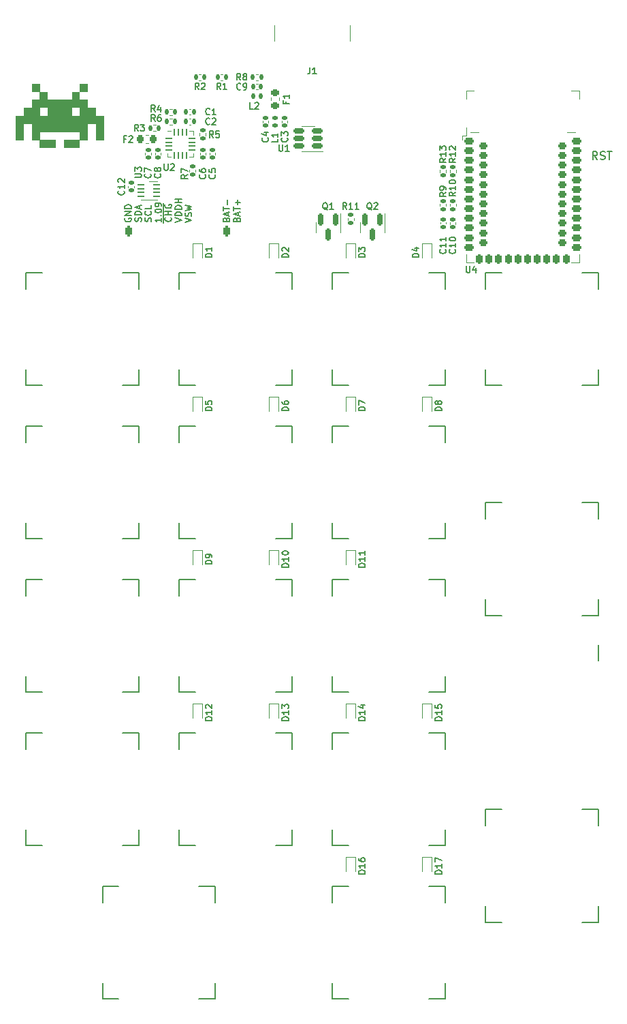
<source format=gbr>
%TF.GenerationSoftware,KiCad,Pcbnew,(6.0.5)*%
%TF.CreationDate,2022-06-15T23:23:07+02:00*%
%TF.ProjectId,whalepad,7768616c-6570-4616-942e-6b696361645f,rev?*%
%TF.SameCoordinates,Original*%
%TF.FileFunction,Legend,Top*%
%TF.FilePolarity,Positive*%
%FSLAX46Y46*%
G04 Gerber Fmt 4.6, Leading zero omitted, Abs format (unit mm)*
G04 Created by KiCad (PCBNEW (6.0.5)) date 2022-06-15 23:23:07*
%MOMM*%
%LPD*%
G01*
G04 APERTURE LIST*
G04 Aperture macros list*
%AMRoundRect*
0 Rectangle with rounded corners*
0 $1 Rounding radius*
0 $2 $3 $4 $5 $6 $7 $8 $9 X,Y pos of 4 corners*
0 Add a 4 corners polygon primitive as box body*
4,1,4,$2,$3,$4,$5,$6,$7,$8,$9,$2,$3,0*
0 Add four circle primitives for the rounded corners*
1,1,$1+$1,$2,$3*
1,1,$1+$1,$4,$5*
1,1,$1+$1,$6,$7*
1,1,$1+$1,$8,$9*
0 Add four rect primitives between the rounded corners*
20,1,$1+$1,$2,$3,$4,$5,0*
20,1,$1+$1,$4,$5,$6,$7,0*
20,1,$1+$1,$6,$7,$8,$9,0*
20,1,$1+$1,$8,$9,$2,$3,0*%
G04 Aperture macros list end*
%ADD10C,0.150000*%
%ADD11C,0.120000*%
%ADD12R,0.700000X0.600000*%
%ADD13RoundRect,0.135000X-0.185000X0.135000X-0.185000X-0.135000X0.185000X-0.135000X0.185000X0.135000X0*%
%ADD14RoundRect,0.140000X-0.140000X-0.170000X0.140000X-0.170000X0.140000X0.170000X-0.140000X0.170000X0*%
%ADD15RoundRect,0.062500X-0.325000X-0.062500X0.325000X-0.062500X0.325000X0.062500X-0.325000X0.062500X0*%
%ADD16R,0.700000X1.300000*%
%ADD17RoundRect,0.062500X-0.375000X-0.062500X0.375000X-0.062500X0.375000X0.062500X-0.375000X0.062500X0*%
%ADD18RoundRect,0.062500X-0.062500X-0.375000X0.062500X-0.375000X0.062500X0.375000X-0.062500X0.375000X0*%
%ADD19R,1.600000X1.600000*%
%ADD20C,3.987800*%
%ADD21C,1.750000*%
%ADD22RoundRect,0.150000X-0.150000X0.587500X-0.150000X-0.587500X0.150000X-0.587500X0.150000X0.587500X0*%
%ADD23RoundRect,0.140000X0.170000X-0.140000X0.170000X0.140000X-0.170000X0.140000X-0.170000X-0.140000X0*%
%ADD24RoundRect,0.135000X0.185000X-0.135000X0.185000X0.135000X-0.185000X0.135000X-0.185000X-0.135000X0*%
%ADD25RoundRect,0.135000X0.135000X0.185000X-0.135000X0.185000X-0.135000X-0.185000X0.135000X-0.185000X0*%
%ADD26C,0.650000*%
%ADD27R,0.600000X1.450000*%
%ADD28R,0.300000X1.450000*%
%ADD29O,1.000000X2.100000*%
%ADD30O,1.000000X1.600000*%
%ADD31RoundRect,0.150000X0.512500X0.150000X-0.512500X0.150000X-0.512500X-0.150000X0.512500X-0.150000X0*%
%ADD32RoundRect,0.140000X-0.170000X0.140000X-0.170000X-0.140000X0.170000X-0.140000X0.170000X0.140000X0*%
%ADD33RoundRect,0.218750X-0.218750X-0.256250X0.218750X-0.256250X0.218750X0.256250X-0.218750X0.256250X0*%
%ADD34RoundRect,0.218750X-0.256250X0.218750X-0.256250X-0.218750X0.256250X-0.218750X0.256250X0.218750X0*%
%ADD35RoundRect,0.147500X-0.147500X-0.172500X0.147500X-0.172500X0.147500X0.172500X-0.147500X0.172500X0*%
%ADD36RoundRect,0.200000X-0.400000X-0.200000X0.400000X-0.200000X0.400000X0.200000X-0.400000X0.200000X0*%
%ADD37RoundRect,0.200000X0.200000X-0.400000X0.200000X0.400000X-0.200000X0.400000X-0.200000X-0.400000X0*%
%ADD38RoundRect,0.200000X0.400000X0.200000X-0.400000X0.200000X-0.400000X-0.200000X0.400000X-0.200000X0*%
%ADD39RoundRect,0.200000X0.300000X0.200000X-0.300000X0.200000X-0.300000X-0.200000X0.300000X-0.200000X0*%
%ADD40C,1.000000*%
%ADD41RoundRect,0.140000X0.140000X0.170000X-0.140000X0.170000X-0.140000X-0.170000X0.140000X-0.170000X0*%
%ADD42RoundRect,0.147500X-0.172500X0.147500X-0.172500X-0.147500X0.172500X-0.147500X0.172500X0.147500X0*%
%ADD43C,0.990600*%
%ADD44R,1.700000X1.700000*%
%ADD45O,1.700000X1.700000*%
%ADD46RoundRect,0.200000X-0.200000X-0.450000X0.200000X-0.450000X0.200000X0.450000X-0.200000X0.450000X0*%
%ADD47O,0.800000X1.300000*%
G04 APERTURE END LIST*
D10*
X-7000000Y-7000000D02*
X-5000000Y-7000000D01*
X12050000Y7000000D02*
X12050000Y5000000D01*
X31100000Y-12050000D02*
X33100000Y-12050000D01*
X12050000Y-50150000D02*
X12050000Y-52150000D01*
X16525000Y-69200000D02*
X14525000Y-69200000D01*
X31100000Y-12050000D02*
X31100000Y-14050000D01*
X26050000Y-7000000D02*
X24050000Y-7000000D01*
X50150000Y-73675000D02*
X50150000Y-71675000D01*
X64150000Y-59675000D02*
X64150000Y-61675000D01*
X26050000Y-50150000D02*
X24050000Y-50150000D01*
X50150000Y-59675000D02*
X50150000Y-61675000D01*
X-7000000Y-50150000D02*
X-5000000Y-50150000D01*
X64150000Y7000000D02*
X64150000Y5000000D01*
X64150000Y-7000000D02*
X62150000Y-7000000D01*
X26050000Y-12050000D02*
X24050000Y-12050000D01*
X7000000Y-7000000D02*
X7000000Y-5000000D01*
X26050000Y-12050000D02*
X26050000Y-14050000D01*
X31100000Y-7000000D02*
X31100000Y-5000000D01*
X-7000000Y-31100000D02*
X-7000000Y-33100000D01*
X26050000Y-64150000D02*
X24050000Y-64150000D01*
X64150000Y-59675000D02*
X62150000Y-59675000D01*
X45100000Y-64150000D02*
X45100000Y-62150000D01*
X-7000000Y-12050000D02*
X-7000000Y-14050000D01*
X12050000Y-45100000D02*
X12050000Y-43100000D01*
X26050000Y-7000000D02*
X26050000Y-5000000D01*
X26050000Y-50150000D02*
X26050000Y-52150000D01*
X31100000Y-26050000D02*
X31100000Y-24050000D01*
X7000000Y7000000D02*
X5000000Y7000000D01*
X-7000000Y7000000D02*
X-5000000Y7000000D01*
X31100000Y-7000000D02*
X33100000Y-7000000D01*
X50150000Y-7000000D02*
X52150000Y-7000000D01*
X7000000Y-31100000D02*
X7000000Y-33100000D01*
X31100000Y-64150000D02*
X31100000Y-62150000D01*
X12050000Y-12050000D02*
X12050000Y-14050000D01*
X16525000Y-83200000D02*
X16525000Y-81200000D01*
X31100000Y-26050000D02*
X33100000Y-26050000D01*
X45100000Y-31100000D02*
X45100000Y-33100000D01*
X64150000Y7000000D02*
X62150000Y7000000D01*
X50150000Y-35575000D02*
X52150000Y-35575000D01*
X50150000Y-7000000D02*
X50150000Y-5000000D01*
X50150000Y-35575000D02*
X50150000Y-33575000D01*
X26050000Y-26050000D02*
X24050000Y-26050000D01*
X7000000Y-50150000D02*
X7000000Y-52150000D01*
X45100000Y-45100000D02*
X45100000Y-43100000D01*
X31100000Y-50150000D02*
X31100000Y-52150000D01*
X7000000Y-31100000D02*
X5000000Y-31100000D01*
X7000000Y-12050000D02*
X5000000Y-12050000D01*
X64150000Y-21575000D02*
X62150000Y-21575000D01*
X-7000000Y-64150000D02*
X-7000000Y-62150000D01*
X7000000Y-26050000D02*
X5000000Y-26050000D01*
X50150000Y7000000D02*
X52150000Y7000000D01*
X12050000Y-7000000D02*
X12050000Y-5000000D01*
X31100000Y-50150000D02*
X33100000Y-50150000D01*
X31100000Y-45100000D02*
X31100000Y-43100000D01*
X7000000Y-50150000D02*
X5000000Y-50150000D01*
X45100000Y-26050000D02*
X43100000Y-26050000D01*
X2525000Y-69200000D02*
X2525000Y-71200000D01*
X12050000Y-26050000D02*
X14050000Y-26050000D01*
X45100000Y-7000000D02*
X43100000Y-7000000D01*
X45100000Y-69200000D02*
X43100000Y-69200000D01*
X31100000Y-64150000D02*
X33100000Y-64150000D01*
X50150000Y-59675000D02*
X52150000Y-59675000D01*
X64150000Y-7000000D02*
X64150000Y-5000000D01*
X2525000Y-83200000D02*
X4525000Y-83200000D01*
X64150000Y-35575000D02*
X64150000Y-33575000D01*
X26050000Y7000000D02*
X26050000Y5000000D01*
X45100000Y-50150000D02*
X43100000Y-50150000D01*
X31100000Y7000000D02*
X33100000Y7000000D01*
X16525000Y-69200000D02*
X16525000Y-71200000D01*
X12050000Y-31100000D02*
X14050000Y-31100000D01*
X50150000Y-73675000D02*
X52150000Y-73675000D01*
X26050000Y-45100000D02*
X26050000Y-43100000D01*
X31100000Y-69200000D02*
X31100000Y-71200000D01*
X12050000Y-12050000D02*
X14050000Y-12050000D01*
X31100000Y-69200000D02*
X33100000Y-69200000D01*
X45100000Y-12050000D02*
X43100000Y-12050000D01*
X50150000Y7000000D02*
X50150000Y5000000D01*
X31100000Y-31100000D02*
X33100000Y-31100000D01*
X-7000000Y-7000000D02*
X-7000000Y-5000000D01*
X-7000000Y-31100000D02*
X-5000000Y-31100000D01*
X26050000Y-26050000D02*
X26050000Y-24050000D01*
X-7000000Y-26050000D02*
X-5000000Y-26050000D01*
X45100000Y-50150000D02*
X45100000Y-52150000D01*
X-7000000Y-12050000D02*
X-5000000Y-12050000D01*
X2525000Y-69200000D02*
X4525000Y-69200000D01*
X7000000Y-26050000D02*
X7000000Y-24050000D01*
X7000000Y-64150000D02*
X7000000Y-62150000D01*
X-7000000Y-26050000D02*
X-7000000Y-24050000D01*
X12050000Y-7000000D02*
X14050000Y-7000000D01*
X45100000Y-7000000D02*
X45100000Y-5000000D01*
X26050000Y-31100000D02*
X26050000Y-33100000D01*
X64150000Y-21575000D02*
X64150000Y-23575000D01*
X2525000Y-83200000D02*
X2525000Y-81200000D01*
X-7000000Y-45100000D02*
X-5000000Y-45100000D01*
X45100000Y-83200000D02*
X43100000Y-83200000D01*
X7000000Y-7000000D02*
X5000000Y-7000000D01*
X45100000Y7000000D02*
X43100000Y7000000D01*
X64150000Y-73675000D02*
X64150000Y-71675000D01*
X16525000Y-83200000D02*
X14525000Y-83200000D01*
X12050000Y-50150000D02*
X14050000Y-50150000D01*
X26050000Y-45100000D02*
X24050000Y-45100000D01*
X45100000Y-64150000D02*
X43100000Y-64150000D01*
X7000000Y-12050000D02*
X7000000Y-14050000D01*
X64150000Y-41199348D02*
X64150000Y-39199348D01*
X31100000Y-83200000D02*
X31100000Y-81200000D01*
X12050000Y7000000D02*
X14050000Y7000000D01*
X12050000Y-64150000D02*
X14050000Y-64150000D01*
X64150000Y-73675000D02*
X62150000Y-73675000D01*
X12050000Y-31100000D02*
X12050000Y-33100000D01*
X45100000Y-12050000D02*
X45100000Y-14050000D01*
X31100000Y-45100000D02*
X33100000Y-45100000D01*
X45100000Y-69200000D02*
X45100000Y-71200000D01*
X45100000Y-31100000D02*
X43100000Y-31100000D01*
X12050000Y-45100000D02*
X14050000Y-45100000D01*
X7000000Y-45100000D02*
X7000000Y-43100000D01*
X50150000Y-21575000D02*
X50150000Y-23575000D01*
X-7000000Y-64150000D02*
X-5000000Y-64150000D01*
X26050000Y7000000D02*
X24050000Y7000000D01*
X45100000Y-83200000D02*
X45100000Y-81200000D01*
X45100000Y-45100000D02*
X43100000Y-45100000D01*
X7000000Y7000000D02*
X7000000Y5000000D01*
X64150000Y-35575000D02*
X62150000Y-35575000D01*
X45100000Y7000000D02*
X45100000Y5000000D01*
X12050000Y-64150000D02*
X12050000Y-62150000D01*
X50150000Y-21575000D02*
X52150000Y-21575000D01*
X-7000000Y-50150000D02*
X-7000000Y-52150000D01*
X12050000Y-26050000D02*
X12050000Y-24050000D01*
X31100000Y-31100000D02*
X31100000Y-33100000D01*
X31100000Y-83200000D02*
X33100000Y-83200000D01*
X26050000Y-31100000D02*
X24050000Y-31100000D01*
X7000000Y-64150000D02*
X5000000Y-64150000D01*
X26050000Y-64150000D02*
X26050000Y-62150000D01*
X-7000000Y-45100000D02*
X-7000000Y-43100000D01*
X7000000Y-45100000D02*
X5000000Y-45100000D01*
X45100000Y-26050000D02*
X45100000Y-24050000D01*
X31100000Y7000000D02*
X31100000Y5000000D01*
X-7000000Y7000000D02*
X-7000000Y5000000D01*
X8548809Y13362880D02*
X8586904Y13477166D01*
X8586904Y13667642D01*
X8548809Y13743833D01*
X8510714Y13781928D01*
X8434523Y13820023D01*
X8358333Y13820023D01*
X8282142Y13781928D01*
X8244047Y13743833D01*
X8205952Y13667642D01*
X8167857Y13515261D01*
X8129761Y13439071D01*
X8091666Y13400976D01*
X8015476Y13362880D01*
X7939285Y13362880D01*
X7863095Y13400976D01*
X7825000Y13439071D01*
X7786904Y13515261D01*
X7786904Y13705738D01*
X7825000Y13820023D01*
X8510714Y14620023D02*
X8548809Y14581928D01*
X8586904Y14467642D01*
X8586904Y14391452D01*
X8548809Y14277166D01*
X8472619Y14200976D01*
X8396428Y14162880D01*
X8244047Y14124785D01*
X8129761Y14124785D01*
X7977380Y14162880D01*
X7901190Y14200976D01*
X7825000Y14277166D01*
X7786904Y14391452D01*
X7786904Y14467642D01*
X7825000Y14581928D01*
X7863095Y14620023D01*
X8586904Y15343833D02*
X8586904Y14962880D01*
X7786904Y14962880D01*
X9836904Y13770023D02*
X9836904Y13312880D01*
X9836904Y13541452D02*
X9036904Y13541452D01*
X9151190Y13465261D01*
X9227380Y13389071D01*
X9265476Y13312880D01*
X9760714Y14112880D02*
X9798809Y14150976D01*
X9836904Y14112880D01*
X9798809Y14074785D01*
X9760714Y14112880D01*
X9836904Y14112880D01*
X9036904Y14646214D02*
X9036904Y14722404D01*
X9075000Y14798595D01*
X9113095Y14836690D01*
X9189285Y14874785D01*
X9341666Y14912880D01*
X9532142Y14912880D01*
X9684523Y14874785D01*
X9760714Y14836690D01*
X9798809Y14798595D01*
X9836904Y14722404D01*
X9836904Y14646214D01*
X9798809Y14570023D01*
X9760714Y14531928D01*
X9684523Y14493833D01*
X9532142Y14455738D01*
X9341666Y14455738D01*
X9189285Y14493833D01*
X9113095Y14531928D01*
X9075000Y14570023D01*
X9036904Y14646214D01*
X9836904Y15293833D02*
X9836904Y15446214D01*
X9798809Y15522404D01*
X9760714Y15560500D01*
X9646428Y15636690D01*
X9494047Y15674785D01*
X9189285Y15674785D01*
X9113095Y15636690D01*
X9075000Y15598595D01*
X9036904Y15522404D01*
X9036904Y15370023D01*
X9075000Y15293833D01*
X9113095Y15255738D01*
X9189285Y15217642D01*
X9379761Y15217642D01*
X9455952Y15255738D01*
X9494047Y15293833D01*
X9532142Y15370023D01*
X9532142Y15522404D01*
X9494047Y15598595D01*
X9455952Y15636690D01*
X9379761Y15674785D01*
X10061000Y13210500D02*
X10061000Y14010500D01*
X11010714Y13858119D02*
X11048809Y13820023D01*
X11086904Y13705738D01*
X11086904Y13629547D01*
X11048809Y13515261D01*
X10972619Y13439071D01*
X10896428Y13400976D01*
X10744047Y13362880D01*
X10629761Y13362880D01*
X10477380Y13400976D01*
X10401190Y13439071D01*
X10325000Y13515261D01*
X10286904Y13629547D01*
X10286904Y13705738D01*
X10325000Y13820023D01*
X10363095Y13858119D01*
X10061000Y14010500D02*
X10061000Y14848595D01*
X11086904Y14200976D02*
X10286904Y14200976D01*
X10667857Y14200976D02*
X10667857Y14658119D01*
X11086904Y14658119D02*
X10286904Y14658119D01*
X10061000Y14848595D02*
X10061000Y15648595D01*
X10325000Y15458119D02*
X10286904Y15381928D01*
X10286904Y15267642D01*
X10325000Y15153357D01*
X10401190Y15077166D01*
X10477380Y15039071D01*
X10629761Y15000976D01*
X10744047Y15000976D01*
X10896428Y15039071D01*
X10972619Y15077166D01*
X11048809Y15153357D01*
X11086904Y15267642D01*
X11086904Y15343833D01*
X11048809Y15458119D01*
X11010714Y15496214D01*
X10744047Y15496214D01*
X10744047Y15343833D01*
X7298809Y13362880D02*
X7336904Y13477166D01*
X7336904Y13667642D01*
X7298809Y13743833D01*
X7260714Y13781928D01*
X7184523Y13820023D01*
X7108333Y13820023D01*
X7032142Y13781928D01*
X6994047Y13743833D01*
X6955952Y13667642D01*
X6917857Y13515261D01*
X6879761Y13439071D01*
X6841666Y13400976D01*
X6765476Y13362880D01*
X6689285Y13362880D01*
X6613095Y13400976D01*
X6575000Y13439071D01*
X6536904Y13515261D01*
X6536904Y13705738D01*
X6575000Y13820023D01*
X7336904Y14162880D02*
X6536904Y14162880D01*
X6536904Y14353357D01*
X6575000Y14467642D01*
X6651190Y14543833D01*
X6727380Y14581928D01*
X6879761Y14620023D01*
X6994047Y14620023D01*
X7146428Y14581928D01*
X7222619Y14543833D01*
X7298809Y14467642D01*
X7336904Y14353357D01*
X7336904Y14162880D01*
X7108333Y14924785D02*
X7108333Y15305738D01*
X7336904Y14848595D02*
X6536904Y15115261D01*
X7336904Y15381928D01*
X5325000Y13770023D02*
X5286904Y13693833D01*
X5286904Y13579547D01*
X5325000Y13465261D01*
X5401190Y13389071D01*
X5477380Y13350976D01*
X5629761Y13312880D01*
X5744047Y13312880D01*
X5896428Y13350976D01*
X5972619Y13389071D01*
X6048809Y13465261D01*
X6086904Y13579547D01*
X6086904Y13655738D01*
X6048809Y13770023D01*
X6010714Y13808119D01*
X5744047Y13808119D01*
X5744047Y13655738D01*
X6086904Y14150976D02*
X5286904Y14150976D01*
X6086904Y14608119D01*
X5286904Y14608119D01*
X6086904Y14989071D02*
X5286904Y14989071D01*
X5286904Y15179547D01*
X5325000Y15293833D01*
X5401190Y15370023D01*
X5477380Y15408119D01*
X5629761Y15446214D01*
X5744047Y15446214D01*
X5896428Y15408119D01*
X5972619Y15370023D01*
X6048809Y15293833D01*
X6086904Y15179547D01*
X6086904Y14989071D01*
X12786904Y13236690D02*
X13586904Y13503357D01*
X12786904Y13770023D01*
X13548809Y13998595D02*
X13586904Y14112880D01*
X13586904Y14303357D01*
X13548809Y14379547D01*
X13510714Y14417642D01*
X13434523Y14455738D01*
X13358333Y14455738D01*
X13282142Y14417642D01*
X13244047Y14379547D01*
X13205952Y14303357D01*
X13167857Y14150976D01*
X13129761Y14074785D01*
X13091666Y14036690D01*
X13015476Y13998595D01*
X12939285Y13998595D01*
X12863095Y14036690D01*
X12825000Y14074785D01*
X12786904Y14150976D01*
X12786904Y14341452D01*
X12825000Y14455738D01*
X12786904Y14722404D02*
X13586904Y14912880D01*
X13015476Y15065261D01*
X13586904Y15217642D01*
X12786904Y15408119D01*
X11536904Y13286690D02*
X12336904Y13553357D01*
X11536904Y13820023D01*
X12336904Y14086690D02*
X11536904Y14086690D01*
X11536904Y14277166D01*
X11575000Y14391452D01*
X11651190Y14467642D01*
X11727380Y14505738D01*
X11879761Y14543833D01*
X11994047Y14543833D01*
X12146428Y14505738D01*
X12222619Y14467642D01*
X12298809Y14391452D01*
X12336904Y14277166D01*
X12336904Y14086690D01*
X12336904Y14886690D02*
X11536904Y14886690D01*
X11536904Y15077166D01*
X11575000Y15191452D01*
X11651190Y15267642D01*
X11727380Y15305738D01*
X11879761Y15343833D01*
X11994047Y15343833D01*
X12146428Y15305738D01*
X12222619Y15267642D01*
X12298809Y15191452D01*
X12336904Y15077166D01*
X12336904Y14886690D01*
X12336904Y15686690D02*
X11536904Y15686690D01*
X11917857Y15686690D02*
X11917857Y16143833D01*
X12336904Y16143833D02*
X11536904Y16143833D01*
X64047380Y21066369D02*
X63714047Y21542559D01*
X63475952Y21066369D02*
X63475952Y22066369D01*
X63856904Y22066369D01*
X63952142Y22018750D01*
X63999761Y21971130D01*
X64047380Y21875892D01*
X64047380Y21733035D01*
X63999761Y21637797D01*
X63952142Y21590178D01*
X63856904Y21542559D01*
X63475952Y21542559D01*
X64428333Y21113988D02*
X64571190Y21066369D01*
X64809285Y21066369D01*
X64904523Y21113988D01*
X64952142Y21161607D01*
X64999761Y21256845D01*
X64999761Y21352083D01*
X64952142Y21447321D01*
X64904523Y21494940D01*
X64809285Y21542559D01*
X64618809Y21590178D01*
X64523571Y21637797D01*
X64475952Y21685416D01*
X64428333Y21780654D01*
X64428333Y21875892D01*
X64475952Y21971130D01*
X64523571Y22018750D01*
X64618809Y22066369D01*
X64856904Y22066369D01*
X64999761Y22018750D01*
X65285476Y22066369D02*
X65856904Y22066369D01*
X65571190Y21066369D02*
X65571190Y22066369D01*
X17917857Y13617642D02*
X17955952Y13731928D01*
X17994047Y13770023D01*
X18070238Y13808119D01*
X18184523Y13808119D01*
X18260714Y13770023D01*
X18298809Y13731928D01*
X18336904Y13655738D01*
X18336904Y13350976D01*
X17536904Y13350976D01*
X17536904Y13617642D01*
X17575000Y13693833D01*
X17613095Y13731928D01*
X17689285Y13770023D01*
X17765476Y13770023D01*
X17841666Y13731928D01*
X17879761Y13693833D01*
X17917857Y13617642D01*
X17917857Y13350976D01*
X18108333Y14112880D02*
X18108333Y14493833D01*
X18336904Y14036690D02*
X17536904Y14303357D01*
X18336904Y14570023D01*
X17536904Y14722404D02*
X17536904Y15179547D01*
X18336904Y14950976D02*
X17536904Y14950976D01*
X18032142Y15446214D02*
X18032142Y16055738D01*
X19217857Y13617642D02*
X19255952Y13731928D01*
X19294047Y13770023D01*
X19370238Y13808119D01*
X19484523Y13808119D01*
X19560714Y13770023D01*
X19598809Y13731928D01*
X19636904Y13655738D01*
X19636904Y13350976D01*
X18836904Y13350976D01*
X18836904Y13617642D01*
X18875000Y13693833D01*
X18913095Y13731928D01*
X18989285Y13770023D01*
X19065476Y13770023D01*
X19141666Y13731928D01*
X19179761Y13693833D01*
X19217857Y13617642D01*
X19217857Y13350976D01*
X19408333Y14112880D02*
X19408333Y14493833D01*
X19636904Y14036690D02*
X18836904Y14303357D01*
X19636904Y14570023D01*
X18836904Y14722404D02*
X18836904Y15179547D01*
X19636904Y14950976D02*
X18836904Y14950976D01*
X19332142Y15446214D02*
X19332142Y16055738D01*
X19636904Y15750976D02*
X19027380Y15750976D01*
%TO.C,D9*%
X16111904Y-29165476D02*
X15311904Y-29165476D01*
X15311904Y-28975000D01*
X15350000Y-28860714D01*
X15426190Y-28784523D01*
X15502380Y-28746428D01*
X15654761Y-28708333D01*
X15769047Y-28708333D01*
X15921428Y-28746428D01*
X15997619Y-28784523D01*
X16073809Y-28860714D01*
X16111904Y-28975000D01*
X16111904Y-29165476D01*
X16111904Y-28327380D02*
X16111904Y-28175000D01*
X16073809Y-28098809D01*
X16035714Y-28060714D01*
X15921428Y-27984523D01*
X15769047Y-27946428D01*
X15464285Y-27946428D01*
X15388095Y-27984523D01*
X15350000Y-28022619D01*
X15311904Y-28098809D01*
X15311904Y-28251190D01*
X15350000Y-28327380D01*
X15388095Y-28365476D01*
X15464285Y-28403571D01*
X15654761Y-28403571D01*
X15730952Y-28365476D01*
X15769047Y-28327380D01*
X15807142Y-28251190D01*
X15807142Y-28098809D01*
X15769047Y-28022619D01*
X15730952Y-27984523D01*
X15654761Y-27946428D01*
%TO.C,R9*%
X45229797Y16967666D02*
X44848845Y16701000D01*
X45229797Y16510523D02*
X44429797Y16510523D01*
X44429797Y16815285D01*
X44467893Y16891476D01*
X44505988Y16929571D01*
X44582178Y16967666D01*
X44696464Y16967666D01*
X44772654Y16929571D01*
X44810750Y16891476D01*
X44848845Y16815285D01*
X44848845Y16510523D01*
X45229797Y17348619D02*
X45229797Y17501000D01*
X45191702Y17577190D01*
X45153607Y17615285D01*
X45039321Y17691476D01*
X44886940Y17729571D01*
X44582178Y17729571D01*
X44505988Y17691476D01*
X44467893Y17653380D01*
X44429797Y17577190D01*
X44429797Y17424809D01*
X44467893Y17348619D01*
X44505988Y17310523D01*
X44582178Y17272428D01*
X44772654Y17272428D01*
X44848845Y17310523D01*
X44886940Y17348619D01*
X44925035Y17424809D01*
X44925035Y17577190D01*
X44886940Y17653380D01*
X44848845Y17691476D01*
X44772654Y17729571D01*
%TO.C,C1*%
X15857677Y26677285D02*
X15819582Y26639190D01*
X15705296Y26601095D01*
X15629106Y26601095D01*
X15514820Y26639190D01*
X15438630Y26715380D01*
X15400534Y26791571D01*
X15362439Y26943952D01*
X15362439Y27058238D01*
X15400534Y27210619D01*
X15438630Y27286809D01*
X15514820Y27363000D01*
X15629106Y27401095D01*
X15705296Y27401095D01*
X15819582Y27363000D01*
X15857677Y27324904D01*
X16619582Y26601095D02*
X16162439Y26601095D01*
X16391011Y26601095D02*
X16391011Y27401095D01*
X16314820Y27286809D01*
X16238630Y27210619D01*
X16162439Y27172523D01*
%TO.C,U3*%
X6536904Y18843476D02*
X7184523Y18843476D01*
X7260714Y18881571D01*
X7298809Y18919666D01*
X7336904Y18995857D01*
X7336904Y19148238D01*
X7298809Y19224428D01*
X7260714Y19262523D01*
X7184523Y19300619D01*
X6536904Y19300619D01*
X6536904Y19605380D02*
X6536904Y20100619D01*
X6841666Y19833952D01*
X6841666Y19948238D01*
X6879761Y20024428D01*
X6917857Y20062523D01*
X6994047Y20100619D01*
X7184523Y20100619D01*
X7260714Y20062523D01*
X7298809Y20024428D01*
X7336904Y19948238D01*
X7336904Y19719666D01*
X7298809Y19643476D01*
X7260714Y19605380D01*
%TO.C,R10*%
X46429797Y16986714D02*
X46048845Y16720047D01*
X46429797Y16529571D02*
X45629797Y16529571D01*
X45629797Y16834333D01*
X45667893Y16910523D01*
X45705988Y16948619D01*
X45782178Y16986714D01*
X45896464Y16986714D01*
X45972654Y16948619D01*
X46010750Y16910523D01*
X46048845Y16834333D01*
X46048845Y16529571D01*
X46429797Y17748619D02*
X46429797Y17291476D01*
X46429797Y17520047D02*
X45629797Y17520047D01*
X45744083Y17443857D01*
X45820273Y17367666D01*
X45858369Y17291476D01*
X45629797Y18243857D02*
X45629797Y18320047D01*
X45667893Y18396238D01*
X45705988Y18434333D01*
X45782178Y18472428D01*
X45934559Y18510523D01*
X46125035Y18510523D01*
X46277416Y18472428D01*
X46353607Y18434333D01*
X46391702Y18396238D01*
X46429797Y18320047D01*
X46429797Y18243857D01*
X46391702Y18167666D01*
X46353607Y18129571D01*
X46277416Y18091476D01*
X46125035Y18053380D01*
X45934559Y18053380D01*
X45782178Y18091476D01*
X45705988Y18129571D01*
X45667893Y18167666D01*
X45629797Y18243857D01*
%TO.C,R7*%
X13090415Y19179666D02*
X12709463Y18913000D01*
X13090415Y18722523D02*
X12290415Y18722523D01*
X12290415Y19027285D01*
X12328511Y19103476D01*
X12366606Y19141571D01*
X12442796Y19179666D01*
X12557082Y19179666D01*
X12633272Y19141571D01*
X12671368Y19103476D01*
X12709463Y19027285D01*
X12709463Y18722523D01*
X12290415Y19446333D02*
X12290415Y19979666D01*
X13090415Y19636809D01*
%TO.C,D7*%
X35161904Y-10115476D02*
X34361904Y-10115476D01*
X34361904Y-9925000D01*
X34400000Y-9810714D01*
X34476190Y-9734523D01*
X34552380Y-9696428D01*
X34704761Y-9658333D01*
X34819047Y-9658333D01*
X34971428Y-9696428D01*
X35047619Y-9734523D01*
X35123809Y-9810714D01*
X35161904Y-9925000D01*
X35161904Y-10115476D01*
X34361904Y-9391666D02*
X34361904Y-8858333D01*
X35161904Y-9201190D01*
%TO.C,U2*%
X10181487Y20515095D02*
X10181487Y19867476D01*
X10219582Y19791285D01*
X10257677Y19753190D01*
X10333868Y19715095D01*
X10486249Y19715095D01*
X10562439Y19753190D01*
X10600534Y19791285D01*
X10638630Y19867476D01*
X10638630Y20515095D01*
X10981487Y20438904D02*
X11019582Y20477000D01*
X11095772Y20515095D01*
X11286249Y20515095D01*
X11362439Y20477000D01*
X11400534Y20438904D01*
X11438630Y20362714D01*
X11438630Y20286523D01*
X11400534Y20172238D01*
X10943391Y19715095D01*
X11438630Y19715095D01*
%TO.C,D2*%
X25636904Y8934523D02*
X24836904Y8934523D01*
X24836904Y9125000D01*
X24875000Y9239285D01*
X24951190Y9315476D01*
X25027380Y9353571D01*
X25179761Y9391666D01*
X25294047Y9391666D01*
X25446428Y9353571D01*
X25522619Y9315476D01*
X25598809Y9239285D01*
X25636904Y9125000D01*
X25636904Y8934523D01*
X24913095Y9696428D02*
X24875000Y9734523D01*
X24836904Y9810714D01*
X24836904Y10001190D01*
X24875000Y10077380D01*
X24913095Y10115476D01*
X24989285Y10153571D01*
X25065476Y10153571D01*
X25179761Y10115476D01*
X25636904Y9658333D01*
X25636904Y10153571D01*
%TO.C,Q1*%
X30498809Y14812904D02*
X30422619Y14851000D01*
X30346428Y14927190D01*
X30232142Y15041476D01*
X30155952Y15079571D01*
X30079761Y15079571D01*
X30117857Y14889095D02*
X30041666Y14927190D01*
X29965476Y15003380D01*
X29927380Y15155761D01*
X29927380Y15422428D01*
X29965476Y15574809D01*
X30041666Y15651000D01*
X30117857Y15689095D01*
X30270238Y15689095D01*
X30346428Y15651000D01*
X30422619Y15574809D01*
X30460714Y15422428D01*
X30460714Y15155761D01*
X30422619Y15003380D01*
X30346428Y14927190D01*
X30270238Y14889095D01*
X30117857Y14889095D01*
X31222619Y14889095D02*
X30765476Y14889095D01*
X30994047Y14889095D02*
X30994047Y15689095D01*
X30917857Y15574809D01*
X30841666Y15498619D01*
X30765476Y15460523D01*
%TO.C,C4*%
X23060714Y23737666D02*
X23098809Y23699571D01*
X23136904Y23585285D01*
X23136904Y23509095D01*
X23098809Y23394809D01*
X23022619Y23318619D01*
X22946428Y23280523D01*
X22794047Y23242428D01*
X22679761Y23242428D01*
X22527380Y23280523D01*
X22451190Y23318619D01*
X22375000Y23394809D01*
X22336904Y23509095D01*
X22336904Y23585285D01*
X22375000Y23699571D01*
X22413095Y23737666D01*
X22603571Y24423380D02*
X23136904Y24423380D01*
X22298809Y24232904D02*
X22870238Y24042428D01*
X22870238Y24537666D01*
%TO.C,R13*%
X45229797Y21186714D02*
X44848845Y20920047D01*
X45229797Y20729571D02*
X44429797Y20729571D01*
X44429797Y21034333D01*
X44467893Y21110523D01*
X44505988Y21148619D01*
X44582178Y21186714D01*
X44696464Y21186714D01*
X44772654Y21148619D01*
X44810750Y21110523D01*
X44848845Y21034333D01*
X44848845Y20729571D01*
X45229797Y21948619D02*
X45229797Y21491476D01*
X45229797Y21720047D02*
X44429797Y21720047D01*
X44544083Y21643857D01*
X44620273Y21567666D01*
X44658369Y21491476D01*
X44429797Y22215285D02*
X44429797Y22710523D01*
X44734559Y22443857D01*
X44734559Y22558142D01*
X44772654Y22634333D01*
X44810750Y22672428D01*
X44886940Y22710523D01*
X45077416Y22710523D01*
X45153607Y22672428D01*
X45191702Y22634333D01*
X45229797Y22558142D01*
X45229797Y22329571D01*
X45191702Y22253380D01*
X45153607Y22215285D01*
%TO.C,Q2*%
X35998809Y14812904D02*
X35922619Y14851000D01*
X35846428Y14927190D01*
X35732142Y15041476D01*
X35655952Y15079571D01*
X35579761Y15079571D01*
X35617857Y14889095D02*
X35541666Y14927190D01*
X35465476Y15003380D01*
X35427380Y15155761D01*
X35427380Y15422428D01*
X35465476Y15574809D01*
X35541666Y15651000D01*
X35617857Y15689095D01*
X35770238Y15689095D01*
X35846428Y15651000D01*
X35922619Y15574809D01*
X35960714Y15422428D01*
X35960714Y15155761D01*
X35922619Y15003380D01*
X35846428Y14927190D01*
X35770238Y14889095D01*
X35617857Y14889095D01*
X36265476Y15612904D02*
X36303571Y15651000D01*
X36379761Y15689095D01*
X36570238Y15689095D01*
X36646428Y15651000D01*
X36684523Y15612904D01*
X36722619Y15536714D01*
X36722619Y15460523D01*
X36684523Y15346238D01*
X36227380Y14889095D01*
X36722619Y14889095D01*
%TO.C,D12*%
X16111904Y-48596428D02*
X15311904Y-48596428D01*
X15311904Y-48405952D01*
X15350000Y-48291666D01*
X15426190Y-48215476D01*
X15502380Y-48177380D01*
X15654761Y-48139285D01*
X15769047Y-48139285D01*
X15921428Y-48177380D01*
X15997619Y-48215476D01*
X16073809Y-48291666D01*
X16111904Y-48405952D01*
X16111904Y-48596428D01*
X16111904Y-47377380D02*
X16111904Y-47834523D01*
X16111904Y-47605952D02*
X15311904Y-47605952D01*
X15426190Y-47682142D01*
X15502380Y-47758333D01*
X15540476Y-47834523D01*
X15388095Y-47072619D02*
X15350000Y-47034523D01*
X15311904Y-46958333D01*
X15311904Y-46767857D01*
X15350000Y-46691666D01*
X15388095Y-46653571D01*
X15464285Y-46615476D01*
X15540476Y-46615476D01*
X15654761Y-46653571D01*
X16111904Y-47110714D01*
X16111904Y-46615476D01*
%TO.C,R8*%
X19691666Y30921095D02*
X19425000Y31302047D01*
X19234523Y30921095D02*
X19234523Y31721095D01*
X19539285Y31721095D01*
X19615476Y31683000D01*
X19653571Y31644904D01*
X19691666Y31568714D01*
X19691666Y31454428D01*
X19653571Y31378238D01*
X19615476Y31340142D01*
X19539285Y31302047D01*
X19234523Y31302047D01*
X20148809Y31378238D02*
X20072619Y31416333D01*
X20034523Y31454428D01*
X19996428Y31530619D01*
X19996428Y31568714D01*
X20034523Y31644904D01*
X20072619Y31683000D01*
X20148809Y31721095D01*
X20301190Y31721095D01*
X20377380Y31683000D01*
X20415476Y31644904D01*
X20453571Y31568714D01*
X20453571Y31530619D01*
X20415476Y31454428D01*
X20377380Y31416333D01*
X20301190Y31378238D01*
X20148809Y31378238D01*
X20072619Y31340142D01*
X20034523Y31302047D01*
X19996428Y31225857D01*
X19996428Y31073476D01*
X20034523Y30997285D01*
X20072619Y30959190D01*
X20148809Y30921095D01*
X20301190Y30921095D01*
X20377380Y30959190D01*
X20415476Y30997285D01*
X20453571Y31073476D01*
X20453571Y31225857D01*
X20415476Y31302047D01*
X20377380Y31340142D01*
X20301190Y31378238D01*
%TO.C,R12*%
X46429797Y21186714D02*
X46048845Y20920047D01*
X46429797Y20729571D02*
X45629797Y20729571D01*
X45629797Y21034333D01*
X45667893Y21110523D01*
X45705988Y21148619D01*
X45782178Y21186714D01*
X45896464Y21186714D01*
X45972654Y21148619D01*
X46010750Y21110523D01*
X46048845Y21034333D01*
X46048845Y20729571D01*
X46429797Y21948619D02*
X46429797Y21491476D01*
X46429797Y21720047D02*
X45629797Y21720047D01*
X45744083Y21643857D01*
X45820273Y21567666D01*
X45858369Y21491476D01*
X45705988Y22253380D02*
X45667893Y22291476D01*
X45629797Y22367666D01*
X45629797Y22558142D01*
X45667893Y22634333D01*
X45705988Y22672428D01*
X45782178Y22710523D01*
X45858369Y22710523D01*
X45972654Y22672428D01*
X46429797Y22215285D01*
X46429797Y22710523D01*
%TO.C,R1*%
X17191666Y29758522D02*
X16925000Y30139474D01*
X16734523Y29758522D02*
X16734523Y30558522D01*
X17039285Y30558522D01*
X17115476Y30520427D01*
X17153571Y30482331D01*
X17191666Y30406141D01*
X17191666Y30291855D01*
X17153571Y30215665D01*
X17115476Y30177569D01*
X17039285Y30139474D01*
X16734523Y30139474D01*
X17953571Y29758522D02*
X17496428Y29758522D01*
X17725000Y29758522D02*
X17725000Y30558522D01*
X17648809Y30444236D01*
X17572619Y30368046D01*
X17496428Y30329950D01*
%TO.C,J1*%
X28308333Y32501095D02*
X28308333Y31929666D01*
X28270238Y31815380D01*
X28194047Y31739190D01*
X28079761Y31701095D01*
X28003571Y31701095D01*
X29108333Y31701095D02*
X28651190Y31701095D01*
X28879761Y31701095D02*
X28879761Y32501095D01*
X28803571Y32386809D01*
X28727380Y32310619D01*
X28651190Y32272523D01*
%TO.C,D11*%
X35161904Y-29546428D02*
X34361904Y-29546428D01*
X34361904Y-29355952D01*
X34400000Y-29241666D01*
X34476190Y-29165476D01*
X34552380Y-29127380D01*
X34704761Y-29089285D01*
X34819047Y-29089285D01*
X34971428Y-29127380D01*
X35047619Y-29165476D01*
X35123809Y-29241666D01*
X35161904Y-29355952D01*
X35161904Y-29546428D01*
X35161904Y-28327380D02*
X35161904Y-28784523D01*
X35161904Y-28555952D02*
X34361904Y-28555952D01*
X34476190Y-28632142D01*
X34552380Y-28708333D01*
X34590476Y-28784523D01*
X35161904Y-27565476D02*
X35161904Y-28022619D01*
X35161904Y-27794047D02*
X34361904Y-27794047D01*
X34476190Y-27870238D01*
X34552380Y-27946428D01*
X34590476Y-28022619D01*
%TO.C,D5*%
X16111904Y-10115476D02*
X15311904Y-10115476D01*
X15311904Y-9925000D01*
X15350000Y-9810714D01*
X15426190Y-9734523D01*
X15502380Y-9696428D01*
X15654761Y-9658333D01*
X15769047Y-9658333D01*
X15921428Y-9696428D01*
X15997619Y-9734523D01*
X16073809Y-9810714D01*
X16111904Y-9925000D01*
X16111904Y-10115476D01*
X15311904Y-8934523D02*
X15311904Y-9315476D01*
X15692857Y-9353571D01*
X15654761Y-9315476D01*
X15616666Y-9239285D01*
X15616666Y-9048809D01*
X15654761Y-8972619D01*
X15692857Y-8934523D01*
X15769047Y-8896428D01*
X15959523Y-8896428D01*
X16035714Y-8934523D01*
X16073809Y-8972619D01*
X16111904Y-9048809D01*
X16111904Y-9239285D01*
X16073809Y-9315476D01*
X16035714Y-9353571D01*
%TO.C,D4*%
X41829797Y8934523D02*
X41029797Y8934523D01*
X41029797Y9125000D01*
X41067893Y9239285D01*
X41144083Y9315476D01*
X41220273Y9353571D01*
X41372654Y9391666D01*
X41486940Y9391666D01*
X41639321Y9353571D01*
X41715512Y9315476D01*
X41791702Y9239285D01*
X41829797Y9125000D01*
X41829797Y8934523D01*
X41296464Y10077380D02*
X41829797Y10077380D01*
X40991702Y9886904D02*
X41563131Y9696428D01*
X41563131Y10191666D01*
%TO.C,R2*%
X14491666Y29758522D02*
X14225000Y30139474D01*
X14034523Y29758522D02*
X14034523Y30558522D01*
X14339285Y30558522D01*
X14415476Y30520427D01*
X14453571Y30482331D01*
X14491666Y30406141D01*
X14491666Y30291855D01*
X14453571Y30215665D01*
X14415476Y30177569D01*
X14339285Y30139474D01*
X14034523Y30139474D01*
X14796428Y30482331D02*
X14834523Y30520427D01*
X14910714Y30558522D01*
X15101190Y30558522D01*
X15177380Y30520427D01*
X15215476Y30482331D01*
X15253571Y30406141D01*
X15253571Y30329950D01*
X15215476Y30215665D01*
X14758333Y29758522D01*
X15253571Y29758522D01*
%TO.C,C10*%
X46360714Y9886714D02*
X46398809Y9848619D01*
X46436904Y9734333D01*
X46436904Y9658142D01*
X46398809Y9543857D01*
X46322619Y9467666D01*
X46246428Y9429571D01*
X46094047Y9391476D01*
X45979761Y9391476D01*
X45827380Y9429571D01*
X45751190Y9467666D01*
X45675000Y9543857D01*
X45636904Y9658142D01*
X45636904Y9734333D01*
X45675000Y9848619D01*
X45713095Y9886714D01*
X46436904Y10648619D02*
X46436904Y10191476D01*
X46436904Y10420047D02*
X45636904Y10420047D01*
X45751190Y10343857D01*
X45827380Y10267666D01*
X45865476Y10191476D01*
X45636904Y11143857D02*
X45636904Y11220047D01*
X45675000Y11296238D01*
X45713095Y11334333D01*
X45789285Y11372428D01*
X45941666Y11410523D01*
X46132142Y11410523D01*
X46284523Y11372428D01*
X46360714Y11334333D01*
X46398809Y11296238D01*
X46436904Y11220047D01*
X46436904Y11143857D01*
X46398809Y11067666D01*
X46360714Y11029571D01*
X46284523Y10991476D01*
X46132142Y10953380D01*
X45941666Y10953380D01*
X45789285Y10991476D01*
X45713095Y11029571D01*
X45675000Y11067666D01*
X45636904Y11143857D01*
%TO.C,U1*%
X24465476Y22901095D02*
X24465476Y22253476D01*
X24503571Y22177285D01*
X24541666Y22139190D01*
X24617857Y22101095D01*
X24770238Y22101095D01*
X24846428Y22139190D01*
X24884523Y22177285D01*
X24922619Y22253476D01*
X24922619Y22901095D01*
X25722619Y22101095D02*
X25265476Y22101095D01*
X25494047Y22101095D02*
X25494047Y22901095D01*
X25417857Y22786809D01*
X25341666Y22710619D01*
X25265476Y22672523D01*
%TO.C,R5*%
X16301427Y23801095D02*
X16034761Y24182047D01*
X15844284Y23801095D02*
X15844284Y24601095D01*
X16149046Y24601095D01*
X16225237Y24563000D01*
X16263332Y24524904D01*
X16301427Y24448714D01*
X16301427Y24334428D01*
X16263332Y24258238D01*
X16225237Y24220142D01*
X16149046Y24182047D01*
X15844284Y24182047D01*
X17025237Y24601095D02*
X16644284Y24601095D01*
X16606189Y24220142D01*
X16644284Y24258238D01*
X16720475Y24296333D01*
X16910951Y24296333D01*
X16987141Y24258238D01*
X17025237Y24220142D01*
X17063332Y24143952D01*
X17063332Y23953476D01*
X17025237Y23877285D01*
X16987141Y23839190D01*
X16910951Y23801095D01*
X16720475Y23801095D01*
X16644284Y23839190D01*
X16606189Y23877285D01*
%TO.C,D6*%
X25636904Y-10115476D02*
X24836904Y-10115476D01*
X24836904Y-9925000D01*
X24875000Y-9810714D01*
X24951190Y-9734523D01*
X25027380Y-9696428D01*
X25179761Y-9658333D01*
X25294047Y-9658333D01*
X25446428Y-9696428D01*
X25522619Y-9734523D01*
X25598809Y-9810714D01*
X25636904Y-9925000D01*
X25636904Y-10115476D01*
X24836904Y-8972619D02*
X24836904Y-9125000D01*
X24875000Y-9201190D01*
X24913095Y-9239285D01*
X25027380Y-9315476D01*
X25179761Y-9353571D01*
X25484523Y-9353571D01*
X25560714Y-9315476D01*
X25598809Y-9277380D01*
X25636904Y-9201190D01*
X25636904Y-9048809D01*
X25598809Y-8972619D01*
X25560714Y-8934523D01*
X25484523Y-8896428D01*
X25294047Y-8896428D01*
X25217857Y-8934523D01*
X25179761Y-8972619D01*
X25141666Y-9048809D01*
X25141666Y-9201190D01*
X25179761Y-9277380D01*
X25217857Y-9315476D01*
X25294047Y-9353571D01*
%TO.C,C11*%
X45160714Y9886714D02*
X45198809Y9848619D01*
X45236904Y9734333D01*
X45236904Y9658142D01*
X45198809Y9543857D01*
X45122619Y9467666D01*
X45046428Y9429571D01*
X44894047Y9391476D01*
X44779761Y9391476D01*
X44627380Y9429571D01*
X44551190Y9467666D01*
X44475000Y9543857D01*
X44436904Y9658142D01*
X44436904Y9734333D01*
X44475000Y9848619D01*
X44513095Y9886714D01*
X45236904Y10648619D02*
X45236904Y10191476D01*
X45236904Y10420047D02*
X44436904Y10420047D01*
X44551190Y10343857D01*
X44627380Y10267666D01*
X44665476Y10191476D01*
X45236904Y11410523D02*
X45236904Y10953380D01*
X45236904Y11181952D02*
X44436904Y11181952D01*
X44551190Y11105761D01*
X44627380Y11029571D01*
X44665476Y10953380D01*
%TO.C,F2*%
X5424344Y23620142D02*
X5157677Y23620142D01*
X5157677Y23201095D02*
X5157677Y24001095D01*
X5538630Y24001095D01*
X5805296Y23924904D02*
X5843391Y23963000D01*
X5919582Y24001095D01*
X6110058Y24001095D01*
X6186249Y23963000D01*
X6224344Y23924904D01*
X6262439Y23848714D01*
X6262439Y23772523D01*
X6224344Y23658238D01*
X5767201Y23201095D01*
X6262439Y23201095D01*
%TO.C,C8*%
X9676725Y19279666D02*
X9714820Y19241571D01*
X9752915Y19127285D01*
X9752915Y19051095D01*
X9714820Y18936809D01*
X9638630Y18860619D01*
X9562439Y18822523D01*
X9410058Y18784428D01*
X9295772Y18784428D01*
X9143391Y18822523D01*
X9067201Y18860619D01*
X8991011Y18936809D01*
X8952915Y19051095D01*
X8952915Y19127285D01*
X8991011Y19241571D01*
X9029106Y19279666D01*
X9295772Y19736809D02*
X9257677Y19660619D01*
X9219582Y19622523D01*
X9143391Y19584428D01*
X9105296Y19584428D01*
X9029106Y19622523D01*
X8991011Y19660619D01*
X8952915Y19736809D01*
X8952915Y19889190D01*
X8991011Y19965380D01*
X9029106Y20003476D01*
X9105296Y20041571D01*
X9143391Y20041571D01*
X9219582Y20003476D01*
X9257677Y19965380D01*
X9295772Y19889190D01*
X9295772Y19736809D01*
X9333868Y19660619D01*
X9371963Y19622523D01*
X9448153Y19584428D01*
X9600534Y19584428D01*
X9676725Y19622523D01*
X9714820Y19660619D01*
X9752915Y19736809D01*
X9752915Y19889190D01*
X9714820Y19965380D01*
X9676725Y20003476D01*
X9600534Y20041571D01*
X9448153Y20041571D01*
X9371963Y20003476D01*
X9333868Y19965380D01*
X9295772Y19889190D01*
%TO.C,C3*%
X25460714Y23737666D02*
X25498809Y23699571D01*
X25536904Y23585285D01*
X25536904Y23509095D01*
X25498809Y23394809D01*
X25422619Y23318619D01*
X25346428Y23280523D01*
X25194047Y23242428D01*
X25079761Y23242428D01*
X24927380Y23280523D01*
X24851190Y23318619D01*
X24775000Y23394809D01*
X24736904Y23509095D01*
X24736904Y23585285D01*
X24775000Y23699571D01*
X24813095Y23737666D01*
X24736904Y24004333D02*
X24736904Y24499571D01*
X25041666Y24232904D01*
X25041666Y24347190D01*
X25079761Y24423380D01*
X25117857Y24461476D01*
X25194047Y24499571D01*
X25384523Y24499571D01*
X25460714Y24461476D01*
X25498809Y24423380D01*
X25536904Y24347190D01*
X25536904Y24118619D01*
X25498809Y24042428D01*
X25460714Y24004333D01*
%TO.C,D1*%
X16111904Y8934523D02*
X15311904Y8934523D01*
X15311904Y9125000D01*
X15350000Y9239285D01*
X15426190Y9315476D01*
X15502380Y9353571D01*
X15654761Y9391666D01*
X15769047Y9391666D01*
X15921428Y9353571D01*
X15997619Y9315476D01*
X16073809Y9239285D01*
X16111904Y9125000D01*
X16111904Y8934523D01*
X16111904Y10153571D02*
X16111904Y9696428D01*
X16111904Y9925000D02*
X15311904Y9925000D01*
X15426190Y9848809D01*
X15502380Y9772619D01*
X15540476Y9696428D01*
%TO.C,F1*%
X25347857Y28290333D02*
X25347857Y28023666D01*
X25766904Y28023666D02*
X24966904Y28023666D01*
X24966904Y28404619D01*
X25766904Y29128428D02*
X25766904Y28671285D01*
X25766904Y28899857D02*
X24966904Y28899857D01*
X25081190Y28823666D01*
X25157380Y28747476D01*
X25195476Y28671285D01*
%TO.C,D15*%
X44686904Y-48596428D02*
X43886904Y-48596428D01*
X43886904Y-48405952D01*
X43925000Y-48291666D01*
X44001190Y-48215476D01*
X44077380Y-48177380D01*
X44229761Y-48139285D01*
X44344047Y-48139285D01*
X44496428Y-48177380D01*
X44572619Y-48215476D01*
X44648809Y-48291666D01*
X44686904Y-48405952D01*
X44686904Y-48596428D01*
X44686904Y-47377380D02*
X44686904Y-47834523D01*
X44686904Y-47605952D02*
X43886904Y-47605952D01*
X44001190Y-47682142D01*
X44077380Y-47758333D01*
X44115476Y-47834523D01*
X43886904Y-46653571D02*
X43886904Y-47034523D01*
X44267857Y-47072619D01*
X44229761Y-47034523D01*
X44191666Y-46958333D01*
X44191666Y-46767857D01*
X44229761Y-46691666D01*
X44267857Y-46653571D01*
X44344047Y-46615476D01*
X44534523Y-46615476D01*
X44610714Y-46653571D01*
X44648809Y-46691666D01*
X44686904Y-46767857D01*
X44686904Y-46958333D01*
X44648809Y-47034523D01*
X44610714Y-47072619D01*
%TO.C,C5*%
X16476725Y19179666D02*
X16514820Y19141571D01*
X16552915Y19027285D01*
X16552915Y18951095D01*
X16514820Y18836809D01*
X16438630Y18760619D01*
X16362439Y18722523D01*
X16210058Y18684428D01*
X16095772Y18684428D01*
X15943391Y18722523D01*
X15867201Y18760619D01*
X15791011Y18836809D01*
X15752915Y18951095D01*
X15752915Y19027285D01*
X15791011Y19141571D01*
X15829106Y19179666D01*
X15752915Y19903476D02*
X15752915Y19522523D01*
X16133868Y19484428D01*
X16095772Y19522523D01*
X16057677Y19598714D01*
X16057677Y19789190D01*
X16095772Y19865380D01*
X16133868Y19903476D01*
X16210058Y19941571D01*
X16400534Y19941571D01*
X16476725Y19903476D01*
X16514820Y19865380D01*
X16552915Y19789190D01*
X16552915Y19598714D01*
X16514820Y19522523D01*
X16476725Y19484428D01*
%TO.C,D17*%
X44686904Y-67646428D02*
X43886904Y-67646428D01*
X43886904Y-67455952D01*
X43925000Y-67341666D01*
X44001190Y-67265476D01*
X44077380Y-67227380D01*
X44229761Y-67189285D01*
X44344047Y-67189285D01*
X44496428Y-67227380D01*
X44572619Y-67265476D01*
X44648809Y-67341666D01*
X44686904Y-67455952D01*
X44686904Y-67646428D01*
X44686904Y-66427380D02*
X44686904Y-66884523D01*
X44686904Y-66655952D02*
X43886904Y-66655952D01*
X44001190Y-66732142D01*
X44077380Y-66808333D01*
X44115476Y-66884523D01*
X43886904Y-66160714D02*
X43886904Y-65627380D01*
X44686904Y-65970238D01*
%TO.C,C7*%
X8476725Y19279666D02*
X8514820Y19241571D01*
X8552915Y19127285D01*
X8552915Y19051095D01*
X8514820Y18936809D01*
X8438630Y18860619D01*
X8362439Y18822523D01*
X8210058Y18784428D01*
X8095772Y18784428D01*
X7943391Y18822523D01*
X7867201Y18860619D01*
X7791011Y18936809D01*
X7752915Y19051095D01*
X7752915Y19127285D01*
X7791011Y19241571D01*
X7829106Y19279666D01*
X7752915Y19546333D02*
X7752915Y20079666D01*
X8552915Y19736809D01*
%TO.C,D8*%
X44686904Y-10115476D02*
X43886904Y-10115476D01*
X43886904Y-9925000D01*
X43925000Y-9810714D01*
X44001190Y-9734523D01*
X44077380Y-9696428D01*
X44229761Y-9658333D01*
X44344047Y-9658333D01*
X44496428Y-9696428D01*
X44572619Y-9734523D01*
X44648809Y-9810714D01*
X44686904Y-9925000D01*
X44686904Y-10115476D01*
X44229761Y-9201190D02*
X44191666Y-9277380D01*
X44153571Y-9315476D01*
X44077380Y-9353571D01*
X44039285Y-9353571D01*
X43963095Y-9315476D01*
X43925000Y-9277380D01*
X43886904Y-9201190D01*
X43886904Y-9048809D01*
X43925000Y-8972619D01*
X43963095Y-8934523D01*
X44039285Y-8896428D01*
X44077380Y-8896428D01*
X44153571Y-8934523D01*
X44191666Y-8972619D01*
X44229761Y-9048809D01*
X44229761Y-9201190D01*
X44267857Y-9277380D01*
X44305952Y-9315476D01*
X44382142Y-9353571D01*
X44534523Y-9353571D01*
X44610714Y-9315476D01*
X44648809Y-9277380D01*
X44686904Y-9201190D01*
X44686904Y-9048809D01*
X44648809Y-8972619D01*
X44610714Y-8934523D01*
X44534523Y-8896428D01*
X44382142Y-8896428D01*
X44305952Y-8934523D01*
X44267857Y-8972619D01*
X44229761Y-9048809D01*
%TO.C,C6*%
X15276725Y19179666D02*
X15314820Y19141571D01*
X15352915Y19027285D01*
X15352915Y18951095D01*
X15314820Y18836809D01*
X15238630Y18760619D01*
X15162439Y18722523D01*
X15010058Y18684428D01*
X14895772Y18684428D01*
X14743391Y18722523D01*
X14667201Y18760619D01*
X14591011Y18836809D01*
X14552915Y18951095D01*
X14552915Y19027285D01*
X14591011Y19141571D01*
X14629106Y19179666D01*
X14552915Y19865380D02*
X14552915Y19713000D01*
X14591011Y19636809D01*
X14629106Y19598714D01*
X14743391Y19522523D01*
X14895772Y19484428D01*
X15200534Y19484428D01*
X15276725Y19522523D01*
X15314820Y19560619D01*
X15352915Y19636809D01*
X15352915Y19789190D01*
X15314820Y19865380D01*
X15276725Y19903476D01*
X15200534Y19941571D01*
X15010058Y19941571D01*
X14933868Y19903476D01*
X14895772Y19865380D01*
X14857677Y19789190D01*
X14857677Y19636809D01*
X14895772Y19560619D01*
X14933868Y19522523D01*
X15010058Y19484428D01*
%TO.C,L2*%
X21241666Y27326095D02*
X20860714Y27326095D01*
X20860714Y28126095D01*
X21470238Y28049904D02*
X21508333Y28088000D01*
X21584523Y28126095D01*
X21775000Y28126095D01*
X21851190Y28088000D01*
X21889285Y28049904D01*
X21927380Y27973714D01*
X21927380Y27897523D01*
X21889285Y27783238D01*
X21432142Y27326095D01*
X21927380Y27326095D01*
%TO.C,D14*%
X35161904Y-48596428D02*
X34361904Y-48596428D01*
X34361904Y-48405952D01*
X34400000Y-48291666D01*
X34476190Y-48215476D01*
X34552380Y-48177380D01*
X34704761Y-48139285D01*
X34819047Y-48139285D01*
X34971428Y-48177380D01*
X35047619Y-48215476D01*
X35123809Y-48291666D01*
X35161904Y-48405952D01*
X35161904Y-48596428D01*
X35161904Y-47377380D02*
X35161904Y-47834523D01*
X35161904Y-47605952D02*
X34361904Y-47605952D01*
X34476190Y-47682142D01*
X34552380Y-47758333D01*
X34590476Y-47834523D01*
X34628571Y-46691666D02*
X35161904Y-46691666D01*
X34323809Y-46882142D02*
X34895238Y-47072619D01*
X34895238Y-46577380D01*
%TO.C,C12*%
X5160714Y17168714D02*
X5198809Y17130619D01*
X5236904Y17016333D01*
X5236904Y16940142D01*
X5198809Y16825857D01*
X5122619Y16749666D01*
X5046428Y16711571D01*
X4894047Y16673476D01*
X4779761Y16673476D01*
X4627380Y16711571D01*
X4551190Y16749666D01*
X4475000Y16825857D01*
X4436904Y16940142D01*
X4436904Y17016333D01*
X4475000Y17130619D01*
X4513095Y17168714D01*
X5236904Y17930619D02*
X5236904Y17473476D01*
X5236904Y17702047D02*
X4436904Y17702047D01*
X4551190Y17625857D01*
X4627380Y17549666D01*
X4665476Y17473476D01*
X4513095Y18235380D02*
X4475000Y18273476D01*
X4436904Y18349666D01*
X4436904Y18540142D01*
X4475000Y18616333D01*
X4513095Y18654428D01*
X4589285Y18692523D01*
X4665476Y18692523D01*
X4779761Y18654428D01*
X5236904Y18197285D01*
X5236904Y18692523D01*
%TO.C,D16*%
X35161904Y-67646428D02*
X34361904Y-67646428D01*
X34361904Y-67455952D01*
X34400000Y-67341666D01*
X34476190Y-67265476D01*
X34552380Y-67227380D01*
X34704761Y-67189285D01*
X34819047Y-67189285D01*
X34971428Y-67227380D01*
X35047619Y-67265476D01*
X35123809Y-67341666D01*
X35161904Y-67455952D01*
X35161904Y-67646428D01*
X35161904Y-66427380D02*
X35161904Y-66884523D01*
X35161904Y-66655952D02*
X34361904Y-66655952D01*
X34476190Y-66732142D01*
X34552380Y-66808333D01*
X34590476Y-66884523D01*
X34361904Y-65741666D02*
X34361904Y-65894047D01*
X34400000Y-65970238D01*
X34438095Y-66008333D01*
X34552380Y-66084523D01*
X34704761Y-66122619D01*
X35009523Y-66122619D01*
X35085714Y-66084523D01*
X35123809Y-66046428D01*
X35161904Y-65970238D01*
X35161904Y-65817857D01*
X35123809Y-65741666D01*
X35085714Y-65703571D01*
X35009523Y-65665476D01*
X34819047Y-65665476D01*
X34742857Y-65703571D01*
X34704761Y-65741666D01*
X34666666Y-65817857D01*
X34666666Y-65970238D01*
X34704761Y-66046428D01*
X34742857Y-66084523D01*
X34819047Y-66122619D01*
%TO.C,C2*%
X15857677Y25477285D02*
X15819582Y25439190D01*
X15705296Y25401095D01*
X15629106Y25401095D01*
X15514820Y25439190D01*
X15438630Y25515380D01*
X15400534Y25591571D01*
X15362439Y25743952D01*
X15362439Y25858238D01*
X15400534Y26010619D01*
X15438630Y26086809D01*
X15514820Y26163000D01*
X15629106Y26201095D01*
X15705296Y26201095D01*
X15819582Y26163000D01*
X15857677Y26124904D01*
X16162439Y26124904D02*
X16200534Y26163000D01*
X16276725Y26201095D01*
X16467201Y26201095D01*
X16543391Y26163000D01*
X16581487Y26124904D01*
X16619582Y26048714D01*
X16619582Y25972523D01*
X16581487Y25858238D01*
X16124344Y25401095D01*
X16619582Y25401095D01*
%TO.C,D10*%
X25636904Y-29546428D02*
X24836904Y-29546428D01*
X24836904Y-29355952D01*
X24875000Y-29241666D01*
X24951190Y-29165476D01*
X25027380Y-29127380D01*
X25179761Y-29089285D01*
X25294047Y-29089285D01*
X25446428Y-29127380D01*
X25522619Y-29165476D01*
X25598809Y-29241666D01*
X25636904Y-29355952D01*
X25636904Y-29546428D01*
X25636904Y-28327380D02*
X25636904Y-28784523D01*
X25636904Y-28555952D02*
X24836904Y-28555952D01*
X24951190Y-28632142D01*
X25027380Y-28708333D01*
X25065476Y-28784523D01*
X24836904Y-27832142D02*
X24836904Y-27755952D01*
X24875000Y-27679761D01*
X24913095Y-27641666D01*
X24989285Y-27603571D01*
X25141666Y-27565476D01*
X25332142Y-27565476D01*
X25484523Y-27603571D01*
X25560714Y-27641666D01*
X25598809Y-27679761D01*
X25636904Y-27755952D01*
X25636904Y-27832142D01*
X25598809Y-27908333D01*
X25560714Y-27946428D01*
X25484523Y-27984523D01*
X25332142Y-28022619D01*
X25141666Y-28022619D01*
X24989285Y-27984523D01*
X24913095Y-27946428D01*
X24875000Y-27908333D01*
X24836904Y-27832142D01*
%TO.C,U4*%
X47758369Y7839095D02*
X47758369Y7191476D01*
X47796464Y7115285D01*
X47834559Y7077190D01*
X47910750Y7039095D01*
X48063131Y7039095D01*
X48139321Y7077190D01*
X48177416Y7115285D01*
X48215512Y7191476D01*
X48215512Y7839095D01*
X48939321Y7572428D02*
X48939321Y7039095D01*
X48748845Y7877190D02*
X48558369Y7305761D01*
X49053607Y7305761D01*
%TO.C,C9*%
X19691666Y29807285D02*
X19653571Y29769190D01*
X19539285Y29731095D01*
X19463095Y29731095D01*
X19348809Y29769190D01*
X19272619Y29845380D01*
X19234523Y29921571D01*
X19196428Y30073952D01*
X19196428Y30188238D01*
X19234523Y30340619D01*
X19272619Y30416809D01*
X19348809Y30493000D01*
X19463095Y30531095D01*
X19539285Y30531095D01*
X19653571Y30493000D01*
X19691666Y30454904D01*
X20072619Y29731095D02*
X20225000Y29731095D01*
X20301190Y29769190D01*
X20339285Y29807285D01*
X20415476Y29921571D01*
X20453571Y30073952D01*
X20453571Y30378714D01*
X20415476Y30454904D01*
X20377380Y30493000D01*
X20301190Y30531095D01*
X20148809Y30531095D01*
X20072619Y30493000D01*
X20034523Y30454904D01*
X19996428Y30378714D01*
X19996428Y30188238D01*
X20034523Y30112047D01*
X20072619Y30073952D01*
X20148809Y30035857D01*
X20301190Y30035857D01*
X20377380Y30073952D01*
X20415476Y30112047D01*
X20453571Y30188238D01*
%TO.C,D3*%
X35161904Y8934523D02*
X34361904Y8934523D01*
X34361904Y9125000D01*
X34400000Y9239285D01*
X34476190Y9315476D01*
X34552380Y9353571D01*
X34704761Y9391666D01*
X34819047Y9391666D01*
X34971428Y9353571D01*
X35047619Y9315476D01*
X35123809Y9239285D01*
X35161904Y9125000D01*
X35161904Y8934523D01*
X34361904Y9658333D02*
X34361904Y10153571D01*
X34666666Y9886904D01*
X34666666Y10001190D01*
X34704761Y10077380D01*
X34742857Y10115476D01*
X34819047Y10153571D01*
X35009523Y10153571D01*
X35085714Y10115476D01*
X35123809Y10077380D01*
X35161904Y10001190D01*
X35161904Y9772619D01*
X35123809Y9696428D01*
X35085714Y9658333D01*
%TO.C,L1*%
X24336904Y23617666D02*
X24336904Y23236714D01*
X23536904Y23236714D01*
X24336904Y24303380D02*
X24336904Y23846238D01*
X24336904Y24074809D02*
X23536904Y24074809D01*
X23651190Y23998619D01*
X23727380Y23922428D01*
X23765476Y23846238D01*
%TO.C,R4*%
X9057677Y27001095D02*
X8791011Y27382047D01*
X8600534Y27001095D02*
X8600534Y27801095D01*
X8905296Y27801095D01*
X8981487Y27763000D01*
X9019582Y27724904D01*
X9057677Y27648714D01*
X9057677Y27534428D01*
X9019582Y27458238D01*
X8981487Y27420142D01*
X8905296Y27382047D01*
X8600534Y27382047D01*
X9743391Y27534428D02*
X9743391Y27001095D01*
X9552915Y27839190D02*
X9362439Y27267761D01*
X9857677Y27267761D01*
%TO.C,R6*%
X9057677Y25801095D02*
X8791011Y26182047D01*
X8600534Y25801095D02*
X8600534Y26601095D01*
X8905296Y26601095D01*
X8981487Y26563000D01*
X9019582Y26524904D01*
X9057677Y26448714D01*
X9057677Y26334428D01*
X9019582Y26258238D01*
X8981487Y26220142D01*
X8905296Y26182047D01*
X8600534Y26182047D01*
X9743391Y26601095D02*
X9591011Y26601095D01*
X9514820Y26563000D01*
X9476725Y26524904D01*
X9400534Y26410619D01*
X9362439Y26258238D01*
X9362439Y25953476D01*
X9400534Y25877285D01*
X9438630Y25839190D01*
X9514820Y25801095D01*
X9667201Y25801095D01*
X9743391Y25839190D01*
X9781487Y25877285D01*
X9819582Y25953476D01*
X9819582Y26143952D01*
X9781487Y26220142D01*
X9743391Y26258238D01*
X9667201Y26296333D01*
X9514820Y26296333D01*
X9438630Y26258238D01*
X9400534Y26220142D01*
X9362439Y26143952D01*
%TO.C,R3*%
X6957677Y24601095D02*
X6691011Y24982047D01*
X6500534Y24601095D02*
X6500534Y25401095D01*
X6805296Y25401095D01*
X6881487Y25363000D01*
X6919582Y25324904D01*
X6957677Y25248714D01*
X6957677Y25134428D01*
X6919582Y25058238D01*
X6881487Y25020142D01*
X6805296Y24982047D01*
X6500534Y24982047D01*
X7224344Y25401095D02*
X7719582Y25401095D01*
X7452915Y25096333D01*
X7567201Y25096333D01*
X7643391Y25058238D01*
X7681487Y25020142D01*
X7719582Y24943952D01*
X7719582Y24753476D01*
X7681487Y24677285D01*
X7643391Y24639190D01*
X7567201Y24601095D01*
X7338630Y24601095D01*
X7262439Y24639190D01*
X7224344Y24677285D01*
%TO.C,R11*%
X32860714Y14889095D02*
X32594047Y15270047D01*
X32403571Y14889095D02*
X32403571Y15689095D01*
X32708333Y15689095D01*
X32784523Y15651000D01*
X32822619Y15612904D01*
X32860714Y15536714D01*
X32860714Y15422428D01*
X32822619Y15346238D01*
X32784523Y15308142D01*
X32708333Y15270047D01*
X32403571Y15270047D01*
X33622619Y14889095D02*
X33165476Y14889095D01*
X33394047Y14889095D02*
X33394047Y15689095D01*
X33317857Y15574809D01*
X33241666Y15498619D01*
X33165476Y15460523D01*
X34384523Y14889095D02*
X33927380Y14889095D01*
X34155952Y14889095D02*
X34155952Y15689095D01*
X34079761Y15574809D01*
X34003571Y15498619D01*
X33927380Y15460523D01*
%TO.C,D13*%
X25636904Y-48596428D02*
X24836904Y-48596428D01*
X24836904Y-48405952D01*
X24875000Y-48291666D01*
X24951190Y-48215476D01*
X25027380Y-48177380D01*
X25179761Y-48139285D01*
X25294047Y-48139285D01*
X25446428Y-48177380D01*
X25522619Y-48215476D01*
X25598809Y-48291666D01*
X25636904Y-48405952D01*
X25636904Y-48596428D01*
X25636904Y-47377380D02*
X25636904Y-47834523D01*
X25636904Y-47605952D02*
X24836904Y-47605952D01*
X24951190Y-47682142D01*
X25027380Y-47758333D01*
X25065476Y-47834523D01*
X24836904Y-47110714D02*
X24836904Y-46615476D01*
X25141666Y-46882142D01*
X25141666Y-46767857D01*
X25179761Y-46691666D01*
X25217857Y-46653571D01*
X25294047Y-46615476D01*
X25484523Y-46615476D01*
X25560714Y-46653571D01*
X25598809Y-46691666D01*
X25636904Y-46767857D01*
X25636904Y-46996428D01*
X25598809Y-47072619D01*
X25560714Y-47110714D01*
%TO.C,G\u002A\u002A\u002A*%
G36*
X-6293000Y27487011D02*
G01*
X-6293000Y28477011D01*
X-5293000Y28477011D01*
X-5293000Y29467011D01*
X-5787810Y29467012D01*
X-6282619Y29467012D01*
X-6288082Y29489512D01*
X-6289122Y29503805D01*
X-6289983Y29536042D01*
X-6290654Y29584169D01*
X-6291124Y29646131D01*
X-6291383Y29719872D01*
X-6291418Y29803338D01*
X-6291220Y29894474D01*
X-6290777Y29991225D01*
X-6290773Y29992011D01*
X-6288000Y30472011D01*
X-5785500Y30474604D01*
X-5283000Y30477196D01*
X-5283000Y29477200D01*
X-4790500Y29474606D01*
X-4298000Y29472011D01*
X-4292814Y28477011D01*
X-1293187Y28477011D01*
X-1290594Y28974511D01*
X-1288000Y29472011D01*
X-795500Y29474606D01*
X-303000Y29477200D01*
X-303000Y29961288D01*
X-302878Y30058209D01*
X-302528Y30149303D01*
X-301974Y30232560D01*
X-301240Y30305972D01*
X-300351Y30367530D01*
X-299332Y30415224D01*
X-298206Y30447046D01*
X-296998Y30460987D01*
X-296931Y30461194D01*
X-293936Y30464778D01*
X-286865Y30467783D01*
X-274110Y30470259D01*
X-254062Y30472256D01*
X-225112Y30473824D01*
X-185652Y30475013D01*
X-134073Y30475872D01*
X-68768Y30476451D01*
X11873Y30476801D01*
X109459Y30476971D01*
X213069Y30477011D01*
X717000Y30477011D01*
X717000Y29467011D01*
X-293000Y29467011D01*
X-293000Y28477196D01*
X209500Y28474604D01*
X712000Y28472011D01*
X714594Y27979605D01*
X717188Y27487198D01*
X1214594Y27484605D01*
X1712000Y27482011D01*
X1714593Y26984605D01*
X1717186Y26487198D01*
X2214593Y26484605D01*
X2712000Y26482011D01*
X2717064Y23467011D01*
X1707000Y23467011D01*
X1707000Y25467011D01*
X717000Y25467011D01*
X717000Y23467011D01*
X-293000Y23467011D01*
X-293000Y22477156D01*
X-1281960Y22477161D01*
X-1445524Y22477184D01*
X-1590233Y22477265D01*
X-1717231Y22477422D01*
X-1827662Y22477673D01*
X-1922671Y22478036D01*
X-2003402Y22478528D01*
X-2071000Y22479169D01*
X-2126609Y22479976D01*
X-2171373Y22480968D01*
X-2206438Y22482162D01*
X-2232947Y22483576D01*
X-2252044Y22485229D01*
X-2264875Y22487139D01*
X-2272584Y22489324D01*
X-2276315Y22491802D01*
X-2276960Y22492906D01*
X-2278165Y22505796D01*
X-2279291Y22536677D01*
X-2280311Y22583541D01*
X-2281203Y22644380D01*
X-2281943Y22717186D01*
X-2282505Y22799951D01*
X-2282865Y22890665D01*
X-2283000Y22987322D01*
X-2283000Y23477011D01*
X-303000Y23477011D01*
X-303000Y24467011D01*
X-5283000Y24467011D01*
X-5283000Y23477011D01*
X-3293000Y23477011D01*
X-3293000Y22477011D01*
X-4286931Y22477011D01*
X-4450878Y22477034D01*
X-4595969Y22477113D01*
X-4723345Y22477266D01*
X-4834149Y22477513D01*
X-4929525Y22477870D01*
X-5010615Y22478356D01*
X-5078562Y22478989D01*
X-5134508Y22479787D01*
X-5179596Y22480769D01*
X-5214970Y22481951D01*
X-5241772Y22483353D01*
X-5261144Y22484992D01*
X-5274230Y22486887D01*
X-5282173Y22489055D01*
X-5286115Y22491515D01*
X-5286931Y22492829D01*
X-5288148Y22505750D01*
X-5289284Y22536650D01*
X-5290313Y22583510D01*
X-5291212Y22644309D01*
X-5291955Y22717028D01*
X-5292517Y22799647D01*
X-5292874Y22890145D01*
X-5293000Y22986503D01*
X-5293000Y23467011D01*
X-6293000Y23467011D01*
X-6293000Y25467011D01*
X-7293000Y25467011D01*
X-7293000Y23467011D01*
X-8302746Y23467011D01*
X-8303126Y26487011D01*
X-7303000Y26487011D01*
X-5283000Y26487011D01*
X-4303000Y26487011D01*
X-1283000Y26487011D01*
X-303000Y26487011D01*
X-303000Y27477011D01*
X-1283000Y27477011D01*
X-1283000Y26487011D01*
X-4303000Y26487011D01*
X-4303000Y27477011D01*
X-5283000Y27477011D01*
X-5283000Y26487011D01*
X-7303000Y26487011D01*
X-7303000Y27487011D01*
X-6293000Y27487011D01*
G37*
D11*
%TO.C,D9*%
X13687500Y-29275000D02*
X13687500Y-27425000D01*
X14887500Y-29275000D02*
X14887500Y-27425000D01*
X14887500Y-27425000D02*
X13687500Y-27425000D01*
%TO.C,R9*%
X44487893Y15564641D02*
X44487893Y15257359D01*
X45247893Y15564641D02*
X45247893Y15257359D01*
%TO.C,C1*%
X13283175Y26603000D02*
X13498847Y26603000D01*
X13283175Y27323000D02*
X13498847Y27323000D01*
%TO.C,U3*%
X7284761Y16093000D02*
X9284761Y16093000D01*
X8284761Y18313000D02*
X9284761Y18313000D01*
%TO.C,R10*%
X46447893Y15564641D02*
X46447893Y15257359D01*
X45687893Y15564641D02*
X45687893Y15257359D01*
%TO.C,R7*%
X13311011Y19816641D02*
X13311011Y19509359D01*
X14071011Y19816641D02*
X14071011Y19509359D01*
%TO.C,D7*%
X32737500Y-10225000D02*
X32737500Y-8375000D01*
X33937500Y-8375000D02*
X32737500Y-8375000D01*
X33937500Y-10225000D02*
X33937500Y-8375000D01*
%TO.C,U2*%
X13326011Y21353000D02*
X13801011Y21353000D01*
X13326011Y24573000D02*
X13801011Y24573000D01*
X10581011Y21353000D02*
X10581011Y21828000D01*
X13801011Y21353000D02*
X13801011Y21828000D01*
X13801011Y24573000D02*
X13801011Y24098000D01*
X11056011Y21353000D02*
X10581011Y21353000D01*
X11056011Y24573000D02*
X10581011Y24573000D01*
%TO.C,D2*%
X24412500Y8825000D02*
X24412500Y10675000D01*
X24412500Y10675000D02*
X23212500Y10675000D01*
X23212500Y8825000D02*
X23212500Y10675000D01*
%TO.C,Q1*%
X29015000Y12651000D02*
X29015000Y13301000D01*
X32135000Y12651000D02*
X32135000Y12001000D01*
X32135000Y12651000D02*
X32135000Y14326000D01*
X29015000Y12651000D02*
X29015000Y12001000D01*
%TO.C,C4*%
X23135000Y25643164D02*
X23135000Y25858836D01*
X22415000Y25643164D02*
X22415000Y25858836D01*
%TO.C,R13*%
X45247893Y19447359D02*
X45247893Y19754641D01*
X44487893Y19447359D02*
X44487893Y19754641D01*
%TO.C,Q2*%
X34515000Y12651000D02*
X34515000Y13301000D01*
X37635000Y12651000D02*
X37635000Y12001000D01*
X37635000Y12651000D02*
X37635000Y14326000D01*
X34515000Y12651000D02*
X34515000Y12001000D01*
%TO.C,D12*%
X13687500Y-48325000D02*
X13687500Y-46475000D01*
X14887500Y-48325000D02*
X14887500Y-46475000D01*
X14887500Y-46475000D02*
X13687500Y-46475000D01*
%TO.C,R8*%
X21878641Y30913000D02*
X21571359Y30913000D01*
X21878641Y31673000D02*
X21571359Y31673000D01*
%TO.C,R12*%
X46447893Y19447359D02*
X46447893Y19754641D01*
X45687893Y19447359D02*
X45687893Y19754641D01*
%TO.C,R1*%
X17478641Y30910427D02*
X17171359Y30910427D01*
X17478641Y31670427D02*
X17171359Y31670427D01*
%TO.C,J1*%
X23875000Y35763000D02*
X23875000Y37763000D01*
X33275000Y35763000D02*
X33275000Y37763000D01*
%TO.C,D11*%
X32737500Y-29275000D02*
X32737500Y-27425000D01*
X33937500Y-27425000D02*
X32737500Y-27425000D01*
X33937500Y-29275000D02*
X33937500Y-27425000D01*
%TO.C,D5*%
X14887500Y-8375000D02*
X13687500Y-8375000D01*
X13687500Y-10225000D02*
X13687500Y-8375000D01*
X14887500Y-10225000D02*
X14887500Y-8375000D01*
%TO.C,D4*%
X42262500Y8825000D02*
X42262500Y10675000D01*
X43462500Y10675000D02*
X42262500Y10675000D01*
X43462500Y8825000D02*
X43462500Y10675000D01*
%TO.C,R2*%
X14778641Y31670427D02*
X14471359Y31670427D01*
X14778641Y30910427D02*
X14471359Y30910427D01*
%TO.C,C10*%
X46435000Y13043164D02*
X46435000Y13258836D01*
X45715000Y13043164D02*
X45715000Y13258836D01*
%TO.C,U1*%
X28075000Y25223000D02*
X27275000Y25223000D01*
X28075000Y22103000D02*
X29875000Y22103000D01*
X28075000Y22103000D02*
X27275000Y22103000D01*
X28075000Y25223000D02*
X28875000Y25223000D01*
%TO.C,R5*%
X15371011Y24009359D02*
X15371011Y24316641D01*
X14611011Y24009359D02*
X14611011Y24316641D01*
%TO.C,D6*%
X24412500Y-8375000D02*
X23212500Y-8375000D01*
X23212500Y-10225000D02*
X23212500Y-8375000D01*
X24412500Y-10225000D02*
X24412500Y-8375000D01*
%TO.C,C11*%
X45235000Y13272836D02*
X45235000Y13057164D01*
X44515000Y13272836D02*
X44515000Y13057164D01*
%TO.C,F2*%
X7853232Y24073000D02*
X8178790Y24073000D01*
X7853232Y23053000D02*
X8178790Y23053000D01*
%TO.C,C8*%
X9031011Y21870836D02*
X9031011Y21655164D01*
X9751011Y21870836D02*
X9751011Y21655164D01*
%TO.C,C3*%
X24815000Y25643164D02*
X24815000Y25858836D01*
X25535000Y25643164D02*
X25535000Y25858836D01*
%TO.C,D1*%
X13687500Y8825000D02*
X13687500Y10675000D01*
X14887500Y10675000D02*
X13687500Y10675000D01*
X14887500Y8825000D02*
X14887500Y10675000D01*
%TO.C,F1*%
X24485000Y28719779D02*
X24485000Y28394221D01*
X23465000Y28719779D02*
X23465000Y28394221D01*
%TO.C,D15*%
X43462500Y-48325000D02*
X43462500Y-46475000D01*
X42262500Y-48325000D02*
X42262500Y-46475000D01*
X43462500Y-46475000D02*
X42262500Y-46475000D01*
%TO.C,C5*%
X15831011Y21870836D02*
X15831011Y21655164D01*
X16551011Y21870836D02*
X16551011Y21655164D01*
%TO.C,D17*%
X43462500Y-65525000D02*
X42262500Y-65525000D01*
X42262500Y-67375000D02*
X42262500Y-65525000D01*
X43462500Y-67375000D02*
X43462500Y-65525000D01*
%TO.C,C7*%
X7831011Y21870836D02*
X7831011Y21655164D01*
X8551011Y21870836D02*
X8551011Y21655164D01*
%TO.C,D8*%
X43462500Y-8375000D02*
X42262500Y-8375000D01*
X43462500Y-10225000D02*
X43462500Y-8375000D01*
X42262500Y-10225000D02*
X42262500Y-8375000D01*
%TO.C,C6*%
X14631011Y21870836D02*
X14631011Y21655164D01*
X15351011Y21870836D02*
X15351011Y21655164D01*
%TO.C,D14*%
X33937500Y-46475000D02*
X32737500Y-46475000D01*
X32737500Y-48325000D02*
X32737500Y-46475000D01*
X33937500Y-48325000D02*
X33937500Y-46475000D01*
%TO.C,C12*%
X6435000Y17790836D02*
X6435000Y17575164D01*
X5715000Y17790836D02*
X5715000Y17575164D01*
%TO.C,D16*%
X33937500Y-67375000D02*
X33937500Y-65525000D01*
X32737500Y-67375000D02*
X32737500Y-65525000D01*
X33937500Y-65525000D02*
X32737500Y-65525000D01*
%TO.C,C2*%
X13283175Y25403000D02*
X13498847Y25403000D01*
X13283175Y26123000D02*
X13498847Y26123000D01*
%TO.C,D10*%
X23212500Y-29275000D02*
X23212500Y-27425000D01*
X24412500Y-27425000D02*
X23212500Y-27425000D01*
X24412500Y-29275000D02*
X24412500Y-27425000D01*
%TO.C,U4*%
X47725000Y28601000D02*
X47725000Y29601000D01*
X61275000Y24451000D02*
X60275000Y24451000D01*
X61825000Y8301000D02*
X60825000Y8301000D01*
X61825000Y9301000D02*
X61825000Y8301000D01*
X47725000Y29601000D02*
X47725000Y28601000D01*
X47725000Y29601000D02*
X48725000Y29601000D01*
X61825000Y29601000D02*
X61825000Y28601000D01*
X61825000Y29601000D02*
X60825000Y29601000D01*
X47725000Y8301000D02*
X48725000Y8301000D01*
X47725000Y24001000D02*
X47725000Y25001000D01*
X60825000Y29601000D02*
X61825000Y29601000D01*
X47725000Y8301000D02*
X47725000Y9301000D01*
X47725000Y24001000D02*
X47225000Y24001000D01*
X48725000Y8301000D02*
X47725000Y8301000D01*
X61825000Y8301000D02*
X61825000Y9301000D01*
X48275000Y24451000D02*
X49275000Y24451000D01*
X47225000Y24001000D02*
X47225000Y23501000D01*
%TO.C,C9*%
X21832836Y29733000D02*
X21617164Y29733000D01*
X21832836Y30453000D02*
X21617164Y30453000D01*
%TO.C,D3*%
X32737500Y8825000D02*
X32737500Y10675000D01*
X33937500Y10675000D02*
X32737500Y10675000D01*
X33937500Y8825000D02*
X33937500Y10675000D01*
%TO.C,R4*%
X11144652Y26583000D02*
X10837370Y26583000D01*
X11144652Y27343000D02*
X10837370Y27343000D01*
%TO.C,R6*%
X11144652Y26143000D02*
X10837370Y26143000D01*
X11144652Y25383000D02*
X10837370Y25383000D01*
%TO.C,R3*%
X9144652Y24583000D02*
X8837370Y24583000D01*
X9144652Y25343000D02*
X8837370Y25343000D01*
%TO.C,R11*%
X32995000Y13497359D02*
X32995000Y13804641D01*
X33755000Y13497359D02*
X33755000Y13804641D01*
%TO.C,D13*%
X24412500Y-46475000D02*
X23212500Y-46475000D01*
X23212500Y-48325000D02*
X23212500Y-46475000D01*
X24412500Y-48325000D02*
X24412500Y-46475000D01*
%TD*%
%LPC*%
D12*
%TO.C,D9*%
X14287500Y-27875000D03*
X14287500Y-29275000D03*
%TD*%
D13*
%TO.C,R9*%
X44867893Y15921000D03*
X44867893Y14901000D03*
%TD*%
D14*
%TO.C,C1*%
X12911011Y26963000D03*
X13871011Y26963000D03*
%TD*%
D15*
%TO.C,U3*%
X7322261Y17953000D03*
X7322261Y17453000D03*
X7322261Y16953000D03*
X7322261Y16453000D03*
X9247261Y16453000D03*
X9247261Y16953000D03*
X9247261Y17453000D03*
X9247261Y17953000D03*
D16*
X8284761Y17203000D03*
%TD*%
D13*
%TO.C,R10*%
X46067893Y15921000D03*
X46067893Y14901000D03*
%TD*%
%TO.C,R7*%
X13691011Y20173000D03*
X13691011Y19153000D03*
%TD*%
D12*
%TO.C,D7*%
X33337500Y-8825000D03*
X33337500Y-10225000D03*
%TD*%
D17*
%TO.C,U2*%
X10753511Y23713000D03*
X10753511Y23213000D03*
X10753511Y22713000D03*
X10753511Y22213000D03*
D18*
X11441011Y21525500D03*
X11941011Y21525500D03*
X12441011Y21525500D03*
X12941011Y21525500D03*
D17*
X13628511Y22213000D03*
X13628511Y22713000D03*
X13628511Y23213000D03*
X13628511Y23713000D03*
D18*
X12941011Y24400500D03*
X12441011Y24400500D03*
X11941011Y24400500D03*
X11441011Y24400500D03*
D19*
X12191011Y22963000D03*
%TD*%
D20*
%TO.C,SW1*%
X0Y0D03*
D21*
X-5080000Y0D03*
X5080000Y0D03*
%TD*%
D12*
%TO.C,D2*%
X23812500Y10225000D03*
X23812500Y8825000D03*
%TD*%
D22*
%TO.C,Q1*%
X31525000Y13588500D03*
X29625000Y13588500D03*
X30575000Y11713500D03*
%TD*%
D21*
%TO.C,SW5*%
X5080000Y-19050000D03*
X-5080000Y-19050000D03*
D20*
X0Y-19050000D03*
%TD*%
%TO.C,SW2*%
X19050000Y0D03*
D21*
X24130000Y0D03*
X13970000Y0D03*
%TD*%
D20*
%TO.C,SW7*%
X38100000Y-19050000D03*
D21*
X43180000Y-19050000D03*
X33020000Y-19050000D03*
%TD*%
D23*
%TO.C,C4*%
X22775000Y25271000D03*
X22775000Y26231000D03*
%TD*%
D24*
%TO.C,R13*%
X44867893Y19091000D03*
X44867893Y20111000D03*
%TD*%
D22*
%TO.C,Q2*%
X37025000Y13588500D03*
X35125000Y13588500D03*
X36075000Y11713500D03*
%TD*%
D12*
%TO.C,D12*%
X14287500Y-46925000D03*
X14287500Y-48325000D03*
%TD*%
D20*
%TO.C,S1*%
X48895000Y-16668750D03*
X48895000Y-40481250D03*
%TD*%
D25*
%TO.C,R8*%
X22235000Y31293000D03*
X21215000Y31293000D03*
%TD*%
D21*
%TO.C,SW12*%
X5080000Y-57150000D03*
X-5080000Y-57150000D03*
D20*
X0Y-57150000D03*
%TD*%
D21*
%TO.C,SW10*%
X13970000Y-38100000D03*
D20*
X19050000Y-38100000D03*
D21*
X24130000Y-38100000D03*
%TD*%
D20*
%TO.C,SW16*%
X9525000Y-76200000D03*
D21*
X14605000Y-76200000D03*
X4445000Y-76200000D03*
%TD*%
D24*
%TO.C,R12*%
X46067893Y19091000D03*
X46067893Y20111000D03*
%TD*%
D25*
%TO.C,R1*%
X17835000Y31290427D03*
X16815000Y31290427D03*
%TD*%
D26*
%TO.C,J1*%
X31465000Y35063000D03*
X25685000Y35063000D03*
D27*
X31825000Y33618000D03*
X31025000Y33618000D03*
D28*
X29825000Y33618000D03*
X28825000Y33618000D03*
X28325000Y33618000D03*
X27325000Y33618000D03*
D27*
X26125000Y33618000D03*
X25325000Y33618000D03*
X25325000Y33618000D03*
X26125000Y33618000D03*
D28*
X26825000Y33618000D03*
X27825000Y33618000D03*
X29325000Y33618000D03*
X30325000Y33618000D03*
D27*
X31025000Y33618000D03*
X31825000Y33618000D03*
D29*
X32895000Y34533000D03*
D30*
X32895000Y38713000D03*
D29*
X24255000Y34533000D03*
D30*
X24255000Y38713000D03*
%TD*%
D12*
%TO.C,D11*%
X33337500Y-27875000D03*
X33337500Y-29275000D03*
%TD*%
%TO.C,D5*%
X14287500Y-8825000D03*
X14287500Y-10225000D03*
%TD*%
%TO.C,D4*%
X42862500Y10225000D03*
X42862500Y8825000D03*
%TD*%
D25*
%TO.C,R2*%
X15135000Y31290427D03*
X14115000Y31290427D03*
%TD*%
D23*
%TO.C,C10*%
X46075000Y12671000D03*
X46075000Y13631000D03*
%TD*%
D31*
%TO.C,U1*%
X29212500Y22713000D03*
X29212500Y23663000D03*
X29212500Y24613000D03*
X26937500Y24613000D03*
X26937500Y23663000D03*
X26937500Y22713000D03*
%TD*%
D21*
%TO.C,SW9*%
X-5080000Y-38100000D03*
X5080000Y-38100000D03*
D20*
X0Y-38100000D03*
%TD*%
D24*
%TO.C,R5*%
X14991011Y23653000D03*
X14991011Y24673000D03*
%TD*%
D21*
%TO.C,SW3*%
X43180000Y0D03*
X33020000Y0D03*
D20*
X38100000Y0D03*
%TD*%
%TO.C,SW11*%
X38100000Y-38100000D03*
D21*
X33020000Y-38100000D03*
X43180000Y-38100000D03*
%TD*%
D20*
%TO.C,S2*%
X48895000Y-78581250D03*
X48895000Y-54768750D03*
%TD*%
D12*
%TO.C,D6*%
X23812500Y-8825000D03*
X23812500Y-10225000D03*
%TD*%
D21*
%TO.C,SW15*%
X57150000Y-61595000D03*
X57150000Y-71755000D03*
D20*
X57150000Y-66675000D03*
%TD*%
D32*
%TO.C,C11*%
X44875000Y13645000D03*
X44875000Y12685000D03*
%TD*%
D33*
%TO.C,F2*%
X7228511Y23563000D03*
X8803511Y23563000D03*
%TD*%
D32*
%TO.C,C8*%
X9391011Y22243000D03*
X9391011Y21283000D03*
%TD*%
D21*
%TO.C,SW13*%
X13970000Y-57150000D03*
X24130000Y-57150000D03*
D20*
X19050000Y-57150000D03*
%TD*%
D23*
%TO.C,C3*%
X25175000Y25271000D03*
X25175000Y26231000D03*
%TD*%
D12*
%TO.C,D1*%
X14287500Y10225000D03*
X14287500Y8825000D03*
%TD*%
D34*
%TO.C,F1*%
X23975000Y29344500D03*
X23975000Y27769500D03*
%TD*%
D12*
%TO.C,D15*%
X42862500Y-46925000D03*
X42862500Y-48325000D03*
%TD*%
D32*
%TO.C,C5*%
X16191011Y22243000D03*
X16191011Y21283000D03*
%TD*%
D21*
%TO.C,SW4*%
X62230000Y0D03*
D20*
X57150000Y0D03*
D21*
X52070000Y0D03*
%TD*%
%TO.C,SW6*%
X24130000Y-19050000D03*
D20*
X19050000Y-19050000D03*
D21*
X13970000Y-19050000D03*
%TD*%
D12*
%TO.C,D17*%
X42862500Y-65975000D03*
X42862500Y-67375000D03*
%TD*%
D32*
%TO.C,C7*%
X8191011Y22243000D03*
X8191011Y21283000D03*
%TD*%
D12*
%TO.C,D8*%
X42862500Y-8825000D03*
X42862500Y-10225000D03*
%TD*%
D32*
%TO.C,C6*%
X14991011Y22243000D03*
X14991011Y21283000D03*
%TD*%
D35*
%TO.C,L2*%
X21240000Y28893000D03*
X22210000Y28893000D03*
%TD*%
D12*
%TO.C,D14*%
X33337500Y-46925000D03*
X33337500Y-48325000D03*
%TD*%
D32*
%TO.C,C12*%
X6075000Y18163000D03*
X6075000Y17203000D03*
%TD*%
D12*
%TO.C,D16*%
X33337500Y-65975000D03*
X33337500Y-67375000D03*
%TD*%
D14*
%TO.C,C2*%
X12911011Y25763000D03*
X13871011Y25763000D03*
%TD*%
D12*
%TO.C,D10*%
X23812500Y-27875000D03*
X23812500Y-29275000D03*
%TD*%
D36*
%TO.C,U4*%
X48075000Y23351000D03*
X48075000Y22151000D03*
X48075000Y20951000D03*
X48075000Y19751000D03*
X48075000Y18551000D03*
X48075000Y17351000D03*
X48075000Y16151000D03*
X48075000Y14951000D03*
X48075000Y13751000D03*
X48075000Y12551000D03*
X48075000Y11351000D03*
X48075000Y10151000D03*
D37*
X49375000Y8651000D03*
X50575000Y8651000D03*
X51775000Y8651000D03*
X52975000Y8651000D03*
X54175000Y8651000D03*
X55375000Y8651000D03*
X56575000Y8651000D03*
X57775000Y8651000D03*
X58975000Y8651000D03*
X60175000Y8651000D03*
D38*
X61475000Y10151000D03*
X61475000Y11351000D03*
X61475000Y12551000D03*
X61475000Y13751000D03*
X61475000Y14951000D03*
X61475000Y16151000D03*
X61475000Y17351000D03*
X61475000Y18551000D03*
X61475000Y19751000D03*
X61475000Y20951000D03*
X61475000Y22151000D03*
X61475000Y23351000D03*
D39*
X49875000Y22751000D03*
X49875000Y21551000D03*
X49875000Y20351000D03*
X49875000Y19151000D03*
X49875000Y17951000D03*
X49875000Y16751000D03*
X49875000Y15551000D03*
X49875000Y14351000D03*
X49875000Y13151000D03*
X49875000Y11951000D03*
X49875000Y10751000D03*
X59675000Y10751000D03*
X59675000Y11951000D03*
X59675000Y13151000D03*
X59675000Y14351000D03*
X59675000Y15551000D03*
X59675000Y16751000D03*
X59675000Y17951000D03*
X59675000Y19151000D03*
X59675000Y20351000D03*
X59675000Y21551000D03*
X59675000Y22751000D03*
D40*
X52445000Y16121000D03*
X58005000Y10481000D03*
X52065000Y14041000D03*
X56775000Y10481000D03*
%TD*%
D41*
%TO.C,C9*%
X22205000Y30093000D03*
X21245000Y30093000D03*
%TD*%
D12*
%TO.C,D3*%
X33337500Y10225000D03*
X33337500Y8825000D03*
%TD*%
D42*
%TO.C,L1*%
X23975000Y26236000D03*
X23975000Y25266000D03*
%TD*%
D20*
%TO.C,SW14*%
X38100000Y-57150000D03*
D21*
X43180000Y-57150000D03*
X33020000Y-57150000D03*
%TD*%
D25*
%TO.C,R4*%
X11501011Y26963000D03*
X10481011Y26963000D03*
%TD*%
%TO.C,R6*%
X11501011Y25763000D03*
X10481011Y25763000D03*
%TD*%
D20*
%TO.C,SW17*%
X38100000Y-76200000D03*
D21*
X43180000Y-76200000D03*
X33020000Y-76200000D03*
%TD*%
D25*
%TO.C,R3*%
X9501011Y24963000D03*
X8481011Y24963000D03*
%TD*%
D20*
%TO.C,SW8*%
X57150000Y-28575000D03*
D21*
X57150000Y-33655000D03*
X57150000Y-23495000D03*
%TD*%
D20*
%TO.C,S3*%
X21431250Y-67945000D03*
X-2381250Y-67945000D03*
%TD*%
D24*
%TO.C,R11*%
X33375000Y13141000D03*
X33375000Y14161000D03*
%TD*%
D12*
%TO.C,D13*%
X23812500Y-46925000D03*
X23812500Y-48325000D03*
%TD*%
D43*
%TO.C,J4*%
X61227011Y-9984489D03*
X56147011Y-11000489D03*
X61227011Y-12016489D03*
%TD*%
D44*
%TO.C,J5*%
X64595000Y16768750D03*
D45*
X64595000Y19308750D03*
%TD*%
D46*
%TO.C,J3*%
X5725000Y12153000D03*
D47*
X6975000Y12153000D03*
X8225000Y12153000D03*
X9475000Y12153000D03*
X10725000Y12153000D03*
X11975000Y12153000D03*
X13225000Y12153000D03*
%TD*%
D46*
%TO.C,J2*%
X17975000Y12153000D03*
D47*
X19225000Y12153000D03*
%TD*%
M02*

</source>
